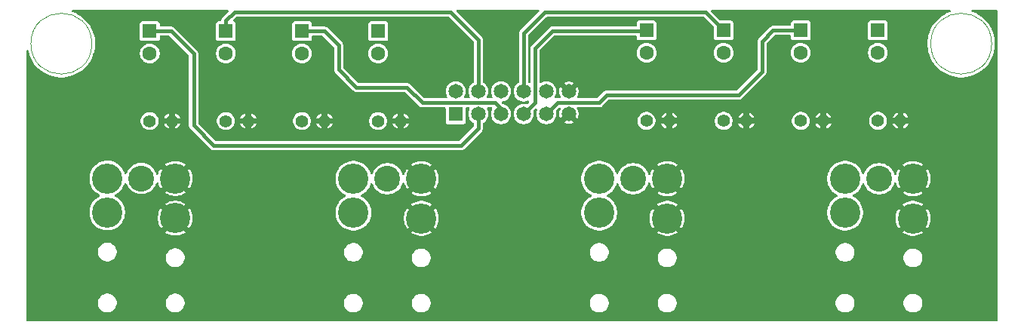
<source format=gbr>
%TF.GenerationSoftware,KiCad,Pcbnew,9.0.0*%
%TF.CreationDate,2025-03-26T11:50:56+11:00*%
%TF.ProjectId,Wing Board 4 XLR MK II,57696e67-2042-46f6-9172-64203420584c,rev?*%
%TF.SameCoordinates,Original*%
%TF.FileFunction,Copper,L1,Top*%
%TF.FilePolarity,Positive*%
%FSLAX46Y46*%
G04 Gerber Fmt 4.6, Leading zero omitted, Abs format (unit mm)*
G04 Created by KiCad (PCBNEW 9.0.0) date 2025-03-26 11:50:56*
%MOMM*%
%LPD*%
G01*
G04 APERTURE LIST*
%TA.AperFunction,EtchedComponent*%
%ADD10C,0.120000*%
%TD*%
%TA.AperFunction,ComponentPad*%
%ADD11C,1.400000*%
%TD*%
%TA.AperFunction,ComponentPad*%
%ADD12O,1.400000X1.400000*%
%TD*%
%TA.AperFunction,ComponentPad*%
%ADD13C,3.400000*%
%TD*%
%TA.AperFunction,ComponentPad*%
%ADD14C,2.900000*%
%TD*%
%TA.AperFunction,ComponentPad*%
%ADD15R,1.600000X1.600000*%
%TD*%
%TA.AperFunction,ComponentPad*%
%ADD16C,1.600000*%
%TD*%
%TA.AperFunction,ComponentPad*%
%ADD17R,1.650000X1.650000*%
%TD*%
%TA.AperFunction,ComponentPad*%
%ADD18C,1.650000*%
%TD*%
%TA.AperFunction,Conductor*%
%ADD19C,0.406400*%
%TD*%
G04 APERTURE END LIST*
D10*
%TO.C,H1*%
X108827222Y-4318000D02*
G75*
G02*
X101992778Y-4318000I-3417222J0D01*
G01*
X101992778Y-4318000D02*
G75*
G02*
X108827222Y-4318000I3417222J0D01*
G01*
%TO.C,H2*%
X7862222Y-4318000D02*
G75*
G02*
X1027778Y-4318000I-3417222J0D01*
G01*
X1027778Y-4318000D02*
G75*
G02*
X7862222Y-4318000I3417222J0D01*
G01*
%TD*%
D11*
%TO.P,R6,1*%
%TO.N,/XC+*%
X31433432Y-13004800D03*
D12*
%TO.P,R6,2*%
%TO.N,AGND*%
X33973432Y-13004800D03*
%TD*%
D13*
%TO.P,J5,1*%
%TO.N,AGND*%
X17221200Y-23906400D03*
%TO.P,J5,2*%
%TO.N,/XD+*%
X9601200Y-23271400D03*
D14*
%TO.P,J5,3*%
%TO.N,/XD-*%
X13411200Y-19456400D03*
%TD*%
D11*
%TO.P,R8,1*%
%TO.N,/XD+*%
X14342700Y-13004800D03*
D12*
%TO.P,R8,2*%
%TO.N,AGND*%
X16882700Y-13004800D03*
%TD*%
D11*
%TO.P,R5,1*%
%TO.N,/XC-*%
X39978800Y-13004800D03*
D12*
%TO.P,R5,2*%
%TO.N,AGND*%
X42518800Y-13004800D03*
%TD*%
D15*
%TO.P,C8,1*%
%TO.N,/D+*%
X14366667Y-2910200D03*
D16*
%TO.P,C8,2*%
%TO.N,/XD+*%
X14366667Y-5410200D03*
%TD*%
D15*
%TO.P,C5,1*%
%TO.N,/C-*%
X39984467Y-2910200D03*
D16*
%TO.P,C5,2*%
%TO.N,/XC-*%
X39984467Y-5410200D03*
%TD*%
D15*
%TO.P,C7,1*%
%TO.N,/D-*%
X22905933Y-2910200D03*
D16*
%TO.P,C7,2*%
%TO.N,/XD-*%
X22905933Y-5410200D03*
%TD*%
D11*
%TO.P,R2,1*%
%TO.N,/XA+*%
X87409066Y-12979400D03*
D12*
%TO.P,R2,2*%
%TO.N,AGND*%
X89949066Y-12979400D03*
%TD*%
D15*
%TO.P,C3,1*%
%TO.N,/B-*%
X78756933Y-2834000D03*
D16*
%TO.P,C3,2*%
%TO.N,/XB-*%
X78756933Y-5334000D03*
%TD*%
D15*
%TO.P,C6,1*%
%TO.N,/C+*%
X31445199Y-2910200D03*
D16*
%TO.P,C6,2*%
%TO.N,/XC+*%
X31445199Y-5410200D03*
%TD*%
D13*
%TO.P,J2,1*%
%TO.N,AGND*%
X99999800Y-23926800D03*
%TO.P,J2,2*%
%TO.N,/XA+*%
X92379800Y-23291800D03*
D14*
%TO.P,J2,3*%
%TO.N,/XA-*%
X96189800Y-19476800D03*
%TD*%
D13*
%TO.P,J4,1*%
%TO.N,AGND*%
X44831000Y-23926800D03*
%TO.P,J4,2*%
%TO.N,/XC+*%
X37211000Y-23291800D03*
D14*
%TO.P,J4,3*%
%TO.N,/XC-*%
X41021000Y-19476800D03*
%TD*%
D17*
%TO.P,J1,1,Pin_1*%
%TO.N,V+*%
X48691800Y-12217400D03*
D18*
%TO.P,J1,2,Pin_2*%
%TO.N,V-*%
X48691800Y-9677400D03*
%TO.P,J1,3,Pin_3*%
%TO.N,/D+*%
X51231800Y-12217400D03*
%TO.P,J1,4,Pin_4*%
%TO.N,/D-*%
X51231800Y-9677400D03*
%TO.P,J1,5,Pin_5*%
%TO.N,/C+*%
X53771800Y-12217400D03*
%TO.P,J1,6,Pin_6*%
%TO.N,/C-*%
X53771800Y-9677400D03*
%TO.P,J1,7,Pin_7*%
%TO.N,/B+*%
X56311800Y-12217400D03*
%TO.P,J1,8,Pin_8*%
%TO.N,/B-*%
X56311800Y-9677400D03*
%TO.P,J1,9,Pin_9*%
%TO.N,/A+*%
X58851800Y-12217400D03*
%TO.P,J1,10,Pin_10*%
%TO.N,/A-*%
X58851800Y-9677400D03*
%TO.P,J1,11,Pin_11*%
%TO.N,AGND*%
X61391800Y-12217400D03*
%TO.P,J1,12,Pin_12*%
X61391800Y-9677400D03*
%TD*%
D11*
%TO.P,R4,1*%
%TO.N,/XB+*%
X70103200Y-12979400D03*
D12*
%TO.P,R4,2*%
%TO.N,AGND*%
X72643200Y-12979400D03*
%TD*%
D11*
%TO.P,R1,1*%
%TO.N,/XA-*%
X96062000Y-12979400D03*
D12*
%TO.P,R1,2*%
%TO.N,AGND*%
X98602000Y-12979400D03*
%TD*%
D15*
%TO.P,C2,1*%
%TO.N,/A+*%
X87409866Y-2834000D03*
D16*
%TO.P,C2,2*%
%TO.N,/XA+*%
X87409866Y-5334000D03*
%TD*%
D15*
%TO.P,C4,1*%
%TO.N,/B+*%
X70104000Y-2834000D03*
D16*
%TO.P,C4,2*%
%TO.N,/XB+*%
X70104000Y-5334000D03*
%TD*%
D11*
%TO.P,R7,1*%
%TO.N,/XD-*%
X22888066Y-13004800D03*
D12*
%TO.P,R7,2*%
%TO.N,AGND*%
X25428066Y-13004800D03*
%TD*%
D11*
%TO.P,R3,1*%
%TO.N,/XB-*%
X78756133Y-12979400D03*
D12*
%TO.P,R3,2*%
%TO.N,AGND*%
X81296133Y-12979400D03*
%TD*%
D15*
%TO.P,C1,1*%
%TO.N,/A-*%
X96062800Y-2834000D03*
D16*
%TO.P,C1,2*%
%TO.N,/XA-*%
X96062800Y-5334000D03*
%TD*%
D13*
%TO.P,J3,1*%
%TO.N,AGND*%
X72415400Y-23926800D03*
%TO.P,J3,2*%
%TO.N,/XB+*%
X64795400Y-23291800D03*
D14*
%TO.P,J3,3*%
%TO.N,/XB-*%
X68605400Y-19476800D03*
%TD*%
D13*
%TO.P,J9,1*%
%TO.N,AGND*%
X99999800Y-19481800D03*
%TO.P,J9,2*%
%TO.N,/XA+*%
X92379800Y-19481800D03*
D14*
%TO.P,J9,3*%
%TO.N,/XA-*%
X96189800Y-19481800D03*
%TD*%
D13*
%TO.P,J6,1*%
%TO.N,AGND*%
X17221200Y-19456400D03*
%TO.P,J6,2*%
%TO.N,/XD+*%
X9601200Y-19456400D03*
D14*
%TO.P,J6,3*%
%TO.N,/XD-*%
X13411200Y-19456400D03*
%TD*%
D13*
%TO.P,J8,1*%
%TO.N,AGND*%
X72415400Y-19481800D03*
%TO.P,J8,2*%
%TO.N,/XB+*%
X64795400Y-19481800D03*
D14*
%TO.P,J8,3*%
%TO.N,/XB-*%
X68605400Y-19481800D03*
%TD*%
D13*
%TO.P,J7,1*%
%TO.N,AGND*%
X44831000Y-19481800D03*
%TO.P,J7,2*%
%TO.N,/XC+*%
X37211000Y-19481800D03*
D14*
%TO.P,J7,3*%
%TO.N,/XC-*%
X41021000Y-19481800D03*
%TD*%
D19*
%TO.N,/D-*%
X23850600Y-762000D02*
X22905933Y-1706667D01*
X51231800Y-9677400D02*
X51231800Y-3878200D01*
X48115600Y-762000D02*
X23850600Y-762000D01*
X51231800Y-3878200D02*
X48115600Y-762000D01*
X22905933Y-1706667D02*
X22905933Y-2910200D01*
%TO.N,/D+*%
X21539200Y-15748000D02*
X49301400Y-15748000D01*
X19278600Y-13487400D02*
X21539200Y-15748000D01*
X51231800Y-13817600D02*
X51231800Y-12217400D01*
X14366667Y-2910200D02*
X16753200Y-2910200D01*
X16753200Y-2910200D02*
X19278600Y-5435600D01*
X19278600Y-5435600D02*
X19278600Y-13487400D01*
X49301400Y-15748000D02*
X51231800Y-13817600D01*
%TO.N,/C+*%
X35560000Y-4495800D02*
X33974400Y-2910200D01*
X44932600Y-10947400D02*
X43180000Y-9194800D01*
X37515800Y-9194800D02*
X35560000Y-7239000D01*
X35560000Y-7239000D02*
X35560000Y-4495800D01*
X43180000Y-9194800D02*
X37515800Y-9194800D01*
X53771800Y-11607800D02*
X53111400Y-10947400D01*
X53111400Y-10947400D02*
X44932600Y-10947400D01*
X33974400Y-2910200D02*
X31445199Y-2910200D01*
%TO.N,/B-*%
X56311800Y-9677400D02*
X56311800Y-3175000D01*
X76710333Y-787400D02*
X78756933Y-2834000D01*
X56311800Y-3175000D02*
X58699400Y-787400D01*
X58699400Y-787400D02*
X76710333Y-787400D01*
%TO.N,/B+*%
X56311800Y-12217400D02*
X57581800Y-10947400D01*
X57581800Y-4851400D02*
X59563000Y-2870200D01*
X57581800Y-10947400D02*
X57581800Y-4851400D01*
X59563000Y-2870200D02*
X70067800Y-2870200D01*
%TO.N,/A+*%
X58851800Y-12217400D02*
X60147200Y-10922000D01*
X60147200Y-10922000D02*
X64820800Y-10922000D01*
X65659000Y-10083800D02*
X80416400Y-10083800D01*
X64820800Y-10922000D02*
X65659000Y-10083800D01*
X83058000Y-4064000D02*
X84288000Y-2834000D01*
X84288000Y-2834000D02*
X87409866Y-2834000D01*
X80416400Y-10083800D02*
X83058000Y-7442200D01*
X83058000Y-7442200D02*
X83058000Y-4064000D01*
%TD*%
%TA.AperFunction,Conductor*%
%TO.N,AGND*%
G36*
X23160650Y-520185D02*
G01*
X23206405Y-572989D01*
X23216349Y-642147D01*
X23187324Y-705703D01*
X23181292Y-712181D01*
X22499034Y-1394437D01*
X22499032Y-1394440D01*
X22439015Y-1498392D01*
X22437271Y-1501413D01*
X22432086Y-1510393D01*
X22397433Y-1639722D01*
X22397433Y-1680900D01*
X22377748Y-1747939D01*
X22324944Y-1793694D01*
X22273434Y-1804900D01*
X22060361Y-1804900D01*
X22060338Y-1804902D01*
X22034826Y-1807861D01*
X22034823Y-1807862D01*
X21930408Y-1853965D01*
X21849699Y-1934674D01*
X21803595Y-2039088D01*
X21803595Y-2039090D01*
X21800633Y-2064619D01*
X21800633Y-3755771D01*
X21800635Y-3755794D01*
X21803594Y-3781306D01*
X21803595Y-3781309D01*
X21849698Y-3885724D01*
X21849699Y-3885725D01*
X21930408Y-3966434D01*
X22034824Y-4012538D01*
X22060354Y-4015500D01*
X23751511Y-4015499D01*
X23777042Y-4012538D01*
X23881458Y-3966434D01*
X23962167Y-3885725D01*
X24008271Y-3781309D01*
X24011233Y-3755779D01*
X24011232Y-2064622D01*
X24008271Y-2039091D01*
X23962167Y-1934675D01*
X23881458Y-1853966D01*
X23816461Y-1825267D01*
X23768509Y-1804094D01*
X23769889Y-1800967D01*
X23724801Y-1773233D01*
X23694526Y-1710263D01*
X23703103Y-1640922D01*
X23729208Y-1602518D01*
X24024908Y-1306819D01*
X24086231Y-1273334D01*
X24112589Y-1270500D01*
X47853610Y-1270500D01*
X47920649Y-1290185D01*
X47941291Y-1306819D01*
X50686981Y-4052509D01*
X50720466Y-4113832D01*
X50723300Y-4140190D01*
X50723300Y-8591941D01*
X50703615Y-8658980D01*
X50655596Y-8702425D01*
X50639396Y-8710679D01*
X50567426Y-8762968D01*
X50495459Y-8815256D01*
X50495457Y-8815258D01*
X50495456Y-8815258D01*
X50369658Y-8941056D01*
X50369658Y-8941057D01*
X50369656Y-8941059D01*
X50324745Y-9002873D01*
X50265081Y-9084993D01*
X50184308Y-9243517D01*
X50129332Y-9412719D01*
X50114395Y-9507026D01*
X50101500Y-9588443D01*
X50101500Y-9766357D01*
X50109082Y-9814225D01*
X50129332Y-9942080D01*
X50184308Y-10111282D01*
X50259374Y-10258605D01*
X50272270Y-10327274D01*
X50245994Y-10392014D01*
X50188888Y-10432272D01*
X50148889Y-10438900D01*
X49774711Y-10438900D01*
X49707672Y-10419215D01*
X49661917Y-10366411D01*
X49651973Y-10297253D01*
X49664226Y-10258605D01*
X49736118Y-10117510D01*
X49739290Y-10111285D01*
X49794268Y-9942079D01*
X49822100Y-9766357D01*
X49822100Y-9588443D01*
X49794268Y-9412721D01*
X49766779Y-9328118D01*
X49739291Y-9243517D01*
X49658518Y-9084993D01*
X49553944Y-8941059D01*
X49428141Y-8815256D01*
X49284206Y-8710681D01*
X49273013Y-8704978D01*
X49125682Y-8629908D01*
X48956480Y-8574932D01*
X48868618Y-8561016D01*
X48780757Y-8547100D01*
X48602843Y-8547100D01*
X48544269Y-8556377D01*
X48427119Y-8574932D01*
X48257917Y-8629908D01*
X48099393Y-8710681D01*
X48017273Y-8770345D01*
X47955459Y-8815256D01*
X47955457Y-8815258D01*
X47955456Y-8815258D01*
X47829658Y-8941056D01*
X47829658Y-8941057D01*
X47829656Y-8941059D01*
X47784745Y-9002873D01*
X47725081Y-9084993D01*
X47644308Y-9243517D01*
X47589332Y-9412719D01*
X47574395Y-9507026D01*
X47561500Y-9588443D01*
X47561500Y-9766357D01*
X47569082Y-9814225D01*
X47589332Y-9942080D01*
X47644308Y-10111282D01*
X47719374Y-10258605D01*
X47732270Y-10327274D01*
X47705994Y-10392014D01*
X47648888Y-10432272D01*
X47608889Y-10438900D01*
X45194589Y-10438900D01*
X45127550Y-10419215D01*
X45106908Y-10402581D01*
X44314280Y-9609953D01*
X43492227Y-8787899D01*
X43380873Y-8723608D01*
X43376275Y-8720953D01*
X43307125Y-8702425D01*
X43246945Y-8686300D01*
X43246944Y-8686300D01*
X37777789Y-8686300D01*
X37710750Y-8666615D01*
X37690108Y-8649981D01*
X36104819Y-7064691D01*
X36071334Y-7003368D01*
X36068500Y-6977010D01*
X36068500Y-5323205D01*
X38879167Y-5323205D01*
X38879167Y-5497194D01*
X38906382Y-5669025D01*
X38935386Y-5758288D01*
X38960145Y-5834488D01*
X39036798Y-5984928D01*
X39039132Y-5989507D01*
X39141385Y-6130248D01*
X39141389Y-6130253D01*
X39264413Y-6253277D01*
X39264418Y-6253281D01*
X39354187Y-6318501D01*
X39405163Y-6355537D01*
X39560179Y-6434522D01*
X39685821Y-6475345D01*
X39725641Y-6488284D01*
X39897473Y-6515500D01*
X39897478Y-6515500D01*
X40071461Y-6515500D01*
X40243292Y-6488284D01*
X40408755Y-6434522D01*
X40563771Y-6355537D01*
X40704522Y-6253276D01*
X40827543Y-6130255D01*
X40929804Y-5989504D01*
X41008789Y-5834488D01*
X41062551Y-5669025D01*
X41071914Y-5609908D01*
X41089767Y-5497194D01*
X41089767Y-5323205D01*
X41062551Y-5151374D01*
X41017422Y-5012483D01*
X41008789Y-4985912D01*
X40929804Y-4830896D01*
X40841328Y-4709118D01*
X40827548Y-4690151D01*
X40827544Y-4690146D01*
X40704520Y-4567122D01*
X40704515Y-4567118D01*
X40563774Y-4464865D01*
X40563773Y-4464864D01*
X40563771Y-4464863D01*
X40408755Y-4385878D01*
X40365843Y-4371935D01*
X40243292Y-4332115D01*
X40071461Y-4304900D01*
X40071456Y-4304900D01*
X39897478Y-4304900D01*
X39897473Y-4304900D01*
X39725641Y-4332115D01*
X39560176Y-4385879D01*
X39405159Y-4464865D01*
X39264418Y-4567118D01*
X39264413Y-4567122D01*
X39141389Y-4690146D01*
X39141385Y-4690151D01*
X39039132Y-4830892D01*
X38960146Y-4985909D01*
X38906382Y-5151374D01*
X38879167Y-5323205D01*
X36068500Y-5323205D01*
X36068500Y-4428857D01*
X36068499Y-4428853D01*
X36056984Y-4385878D01*
X36054196Y-4375473D01*
X36033849Y-4299531D01*
X36033847Y-4299529D01*
X36033847Y-4299526D01*
X36025519Y-4285101D01*
X35966901Y-4183573D01*
X34286627Y-2503299D01*
X34217349Y-2463301D01*
X34170675Y-2436353D01*
X34077953Y-2411509D01*
X34041345Y-2401700D01*
X34041344Y-2401700D01*
X32674498Y-2401700D01*
X32665812Y-2399149D01*
X32656851Y-2400438D01*
X32632810Y-2389459D01*
X32607459Y-2382015D01*
X32601531Y-2375174D01*
X32593295Y-2371413D01*
X32579005Y-2349178D01*
X32561704Y-2329211D01*
X32559416Y-2318696D01*
X32555521Y-2312635D01*
X32550498Y-2277700D01*
X32550498Y-2064619D01*
X38879167Y-2064619D01*
X38879167Y-3755771D01*
X38879169Y-3755794D01*
X38882128Y-3781306D01*
X38882129Y-3781309D01*
X38928232Y-3885724D01*
X38928233Y-3885725D01*
X39008942Y-3966434D01*
X39113358Y-4012538D01*
X39138888Y-4015500D01*
X40830045Y-4015499D01*
X40855576Y-4012538D01*
X40959992Y-3966434D01*
X41040701Y-3885725D01*
X41086805Y-3781309D01*
X41089767Y-3755779D01*
X41089766Y-2064622D01*
X41086805Y-2039091D01*
X41040701Y-1934675D01*
X40959992Y-1853966D01*
X40894995Y-1825267D01*
X40855577Y-1807862D01*
X40830046Y-1804900D01*
X39138895Y-1804900D01*
X39138872Y-1804902D01*
X39113360Y-1807861D01*
X39113357Y-1807862D01*
X39008942Y-1853965D01*
X38928233Y-1934674D01*
X38882129Y-2039088D01*
X38882129Y-2039090D01*
X38879167Y-2064619D01*
X32550498Y-2064619D01*
X32550498Y-2064616D01*
X32547537Y-2039093D01*
X32547537Y-2039091D01*
X32501433Y-1934675D01*
X32420724Y-1853966D01*
X32355727Y-1825267D01*
X32316309Y-1807862D01*
X32290778Y-1804900D01*
X30599627Y-1804900D01*
X30599604Y-1804902D01*
X30574092Y-1807861D01*
X30574089Y-1807862D01*
X30469674Y-1853965D01*
X30388965Y-1934674D01*
X30342861Y-2039088D01*
X30342861Y-2039090D01*
X30339899Y-2064619D01*
X30339899Y-3755771D01*
X30339901Y-3755794D01*
X30342860Y-3781306D01*
X30342861Y-3781309D01*
X30388964Y-3885724D01*
X30388965Y-3885725D01*
X30469674Y-3966434D01*
X30574090Y-4012538D01*
X30599620Y-4015500D01*
X32290777Y-4015499D01*
X32316308Y-4012538D01*
X32420724Y-3966434D01*
X32501433Y-3885725D01*
X32547537Y-3781309D01*
X32550499Y-3755779D01*
X32550499Y-3542700D01*
X32570184Y-3475661D01*
X32622988Y-3429906D01*
X32674499Y-3418700D01*
X33712410Y-3418700D01*
X33779449Y-3438385D01*
X33800091Y-3455019D01*
X35015181Y-4670109D01*
X35048666Y-4731432D01*
X35051500Y-4757790D01*
X35051500Y-7305944D01*
X35086153Y-7435275D01*
X35119626Y-7493250D01*
X35153099Y-7551227D01*
X37108899Y-9507026D01*
X37203574Y-9601701D01*
X37319526Y-9668647D01*
X37448855Y-9703300D01*
X42918010Y-9703300D01*
X42985049Y-9722985D01*
X43005691Y-9739619D01*
X43780458Y-10514385D01*
X44525699Y-11259626D01*
X44620374Y-11354301D01*
X44736326Y-11421247D01*
X44865655Y-11455900D01*
X47437500Y-11455900D01*
X47504539Y-11475585D01*
X47550294Y-11528389D01*
X47561500Y-11579900D01*
X47561500Y-13087971D01*
X47561502Y-13087994D01*
X47564461Y-13113506D01*
X47564462Y-13113509D01*
X47610565Y-13217924D01*
X47610566Y-13217925D01*
X47691275Y-13298634D01*
X47795691Y-13344738D01*
X47821221Y-13347700D01*
X49562378Y-13347699D01*
X49587909Y-13344738D01*
X49692325Y-13298634D01*
X49773034Y-13217925D01*
X49819138Y-13113509D01*
X49822100Y-13087979D01*
X49822099Y-11579899D01*
X49841784Y-11512861D01*
X49894587Y-11467106D01*
X49946099Y-11455900D01*
X50148889Y-11455900D01*
X50215928Y-11475585D01*
X50261683Y-11528389D01*
X50271627Y-11597547D01*
X50259374Y-11636195D01*
X50184308Y-11783517D01*
X50129332Y-11952719D01*
X50101500Y-12128443D01*
X50101500Y-12306356D01*
X50129332Y-12482080D01*
X50184308Y-12651282D01*
X50224376Y-12729918D01*
X50265081Y-12809806D01*
X50369656Y-12953741D01*
X50495459Y-13079544D01*
X50639394Y-13184119D01*
X50655592Y-13192372D01*
X50706389Y-13240345D01*
X50723300Y-13302858D01*
X50723300Y-13555610D01*
X50703615Y-13622649D01*
X50686981Y-13643291D01*
X49127091Y-15203181D01*
X49065768Y-15236666D01*
X49039410Y-15239500D01*
X21801190Y-15239500D01*
X21734151Y-15219815D01*
X21713509Y-15203181D01*
X19823419Y-13313091D01*
X19789934Y-13251768D01*
X19787100Y-13225410D01*
X19787100Y-12905782D01*
X21882766Y-12905782D01*
X21882766Y-13103817D01*
X21921397Y-13298027D01*
X21921399Y-13298035D01*
X21997179Y-13480985D01*
X21997184Y-13480994D01*
X22107198Y-13645640D01*
X22107201Y-13645644D01*
X22247221Y-13785664D01*
X22247225Y-13785667D01*
X22411871Y-13895681D01*
X22411880Y-13895686D01*
X22453324Y-13912852D01*
X22594831Y-13971467D01*
X22789048Y-14010099D01*
X22789052Y-14010100D01*
X22789053Y-14010100D01*
X22987080Y-14010100D01*
X22987081Y-14010099D01*
X23181301Y-13971467D01*
X23364254Y-13895685D01*
X23528907Y-13785667D01*
X23668933Y-13645641D01*
X23778951Y-13480988D01*
X23844682Y-13322300D01*
X24526977Y-13322300D01*
X24582640Y-13456686D01*
X24582642Y-13456689D01*
X24687042Y-13612935D01*
X24687048Y-13612943D01*
X24819922Y-13745817D01*
X24819930Y-13745823D01*
X24976176Y-13850223D01*
X24976179Y-13850225D01*
X25110565Y-13905889D01*
X25110566Y-13905889D01*
X25745566Y-13905889D01*
X25879952Y-13850225D01*
X25879955Y-13850223D01*
X26036201Y-13745823D01*
X26036209Y-13745817D01*
X26169083Y-13612943D01*
X26169089Y-13612935D01*
X26273489Y-13456689D01*
X26273491Y-13456686D01*
X26329155Y-13322300D01*
X25745566Y-13322300D01*
X25745566Y-13905889D01*
X25110566Y-13905889D01*
X25110566Y-13322300D01*
X24526977Y-13322300D01*
X23844682Y-13322300D01*
X23854733Y-13298035D01*
X23893366Y-13103813D01*
X23893366Y-12958722D01*
X25078066Y-12958722D01*
X25078066Y-13050878D01*
X25101918Y-13139895D01*
X25147996Y-13219705D01*
X25213161Y-13284870D01*
X25292971Y-13330948D01*
X25381988Y-13354800D01*
X25474144Y-13354800D01*
X25563161Y-13330948D01*
X25642971Y-13284870D01*
X25708136Y-13219705D01*
X25754214Y-13139895D01*
X25778066Y-13050878D01*
X25778066Y-12958722D01*
X25763881Y-12905782D01*
X30428132Y-12905782D01*
X30428132Y-13103817D01*
X30466763Y-13298027D01*
X30466765Y-13298035D01*
X30542545Y-13480985D01*
X30542550Y-13480994D01*
X30652564Y-13645640D01*
X30652567Y-13645644D01*
X30792587Y-13785664D01*
X30792591Y-13785667D01*
X30957237Y-13895681D01*
X30957246Y-13895686D01*
X30998690Y-13912852D01*
X31140197Y-13971467D01*
X31334414Y-14010099D01*
X31334418Y-14010100D01*
X31334419Y-14010100D01*
X31532446Y-14010100D01*
X31532447Y-14010099D01*
X31726667Y-13971467D01*
X31909620Y-13895685D01*
X32074273Y-13785667D01*
X32214299Y-13645641D01*
X32324317Y-13480988D01*
X32390048Y-13322300D01*
X33072343Y-13322300D01*
X33128006Y-13456686D01*
X33128008Y-13456689D01*
X33232408Y-13612935D01*
X33232414Y-13612943D01*
X33365288Y-13745817D01*
X33365296Y-13745823D01*
X33521542Y-13850223D01*
X33521545Y-13850225D01*
X33655931Y-13905889D01*
X33655932Y-13905889D01*
X34290932Y-13905889D01*
X34425318Y-13850225D01*
X34425321Y-13850223D01*
X34581567Y-13745823D01*
X34581575Y-13745817D01*
X34714449Y-13612943D01*
X34714455Y-13612935D01*
X34818855Y-13456689D01*
X34818857Y-13456686D01*
X34874521Y-13322300D01*
X34290932Y-13322300D01*
X34290932Y-13905889D01*
X33655932Y-13905889D01*
X33655932Y-13322300D01*
X33072343Y-13322300D01*
X32390048Y-13322300D01*
X32400099Y-13298035D01*
X32438732Y-13103813D01*
X32438732Y-12958722D01*
X33623432Y-12958722D01*
X33623432Y-13050878D01*
X33647284Y-13139895D01*
X33693362Y-13219705D01*
X33758527Y-13284870D01*
X33838337Y-13330948D01*
X33927354Y-13354800D01*
X34019510Y-13354800D01*
X34108527Y-13330948D01*
X34188337Y-13284870D01*
X34253502Y-13219705D01*
X34299580Y-13139895D01*
X34323432Y-13050878D01*
X34323432Y-12958722D01*
X34309247Y-12905782D01*
X38973500Y-12905782D01*
X38973500Y-13103817D01*
X39012131Y-13298027D01*
X39012133Y-13298035D01*
X39087913Y-13480985D01*
X39087918Y-13480994D01*
X39197932Y-13645640D01*
X39197935Y-13645644D01*
X39337955Y-13785664D01*
X39337959Y-13785667D01*
X39502605Y-13895681D01*
X39502614Y-13895686D01*
X39544058Y-13912852D01*
X39685565Y-13971467D01*
X39879782Y-14010099D01*
X39879786Y-14010100D01*
X39879787Y-14010100D01*
X40077814Y-14010100D01*
X40077815Y-14010099D01*
X40272035Y-13971467D01*
X40454988Y-13895685D01*
X40619641Y-13785667D01*
X40759667Y-13645641D01*
X40869685Y-13480988D01*
X40935416Y-13322300D01*
X41617711Y-13322300D01*
X41673374Y-13456686D01*
X41673376Y-13456689D01*
X41777776Y-13612935D01*
X41777782Y-13612943D01*
X41910656Y-13745817D01*
X41910664Y-13745823D01*
X42066910Y-13850223D01*
X42066913Y-13850225D01*
X42201299Y-13905889D01*
X42201300Y-13905889D01*
X42836300Y-13905889D01*
X42970686Y-13850225D01*
X42970689Y-13850223D01*
X43126935Y-13745823D01*
X43126943Y-13745817D01*
X43259817Y-13612943D01*
X43259823Y-13612935D01*
X43364223Y-13456689D01*
X43364225Y-13456686D01*
X43419889Y-13322300D01*
X42836300Y-13322300D01*
X42836300Y-13905889D01*
X42201300Y-13905889D01*
X42201300Y-13322300D01*
X41617711Y-13322300D01*
X40935416Y-13322300D01*
X40945467Y-13298035D01*
X40984100Y-13103813D01*
X40984100Y-12958722D01*
X42168800Y-12958722D01*
X42168800Y-13050878D01*
X42192652Y-13139895D01*
X42238730Y-13219705D01*
X42303895Y-13284870D01*
X42383705Y-13330948D01*
X42472722Y-13354800D01*
X42564878Y-13354800D01*
X42653895Y-13330948D01*
X42733705Y-13284870D01*
X42798870Y-13219705D01*
X42844948Y-13139895D01*
X42868800Y-13050878D01*
X42868800Y-12958722D01*
X42844948Y-12869705D01*
X42798870Y-12789895D01*
X42733705Y-12724730D01*
X42668874Y-12687300D01*
X42836300Y-12687300D01*
X43419889Y-12687300D01*
X43419889Y-12687299D01*
X43364225Y-12552913D01*
X43364223Y-12552910D01*
X43259823Y-12396664D01*
X43259817Y-12396656D01*
X43126943Y-12263782D01*
X43126939Y-12263779D01*
X42970694Y-12159379D01*
X42970684Y-12159374D01*
X42836300Y-12103710D01*
X42836300Y-12687300D01*
X42668874Y-12687300D01*
X42653895Y-12678652D01*
X42564878Y-12654800D01*
X42472722Y-12654800D01*
X42383705Y-12678652D01*
X42303895Y-12724730D01*
X42238730Y-12789895D01*
X42192652Y-12869705D01*
X42168800Y-12958722D01*
X40984100Y-12958722D01*
X40984100Y-12905787D01*
X40956573Y-12767400D01*
X40948195Y-12725278D01*
X40948193Y-12725272D01*
X40945467Y-12711565D01*
X40935416Y-12687299D01*
X41617710Y-12687299D01*
X41617711Y-12687300D01*
X42201300Y-12687300D01*
X42201300Y-12103710D01*
X42201299Y-12103710D01*
X42066915Y-12159374D01*
X42066905Y-12159379D01*
X41910660Y-12263779D01*
X41910656Y-12263782D01*
X41777782Y-12396656D01*
X41777776Y-12396664D01*
X41673376Y-12552910D01*
X41673374Y-12552913D01*
X41617710Y-12687299D01*
X40935416Y-12687299D01*
X40869685Y-12528612D01*
X40869684Y-12528611D01*
X40869681Y-12528605D01*
X40759667Y-12363959D01*
X40759664Y-12363955D01*
X40619644Y-12223935D01*
X40619640Y-12223932D01*
X40454994Y-12113918D01*
X40454985Y-12113913D01*
X40272035Y-12038133D01*
X40272027Y-12038131D01*
X40077817Y-11999500D01*
X40077813Y-11999500D01*
X39879787Y-11999500D01*
X39879782Y-11999500D01*
X39685572Y-12038131D01*
X39685564Y-12038133D01*
X39502614Y-12113913D01*
X39502605Y-12113918D01*
X39337959Y-12223932D01*
X39337955Y-12223935D01*
X39197935Y-12363955D01*
X39197932Y-12363959D01*
X39087918Y-12528605D01*
X39087913Y-12528614D01*
X39012133Y-12711564D01*
X39012131Y-12711572D01*
X38973500Y-12905782D01*
X34309247Y-12905782D01*
X34299580Y-12869705D01*
X34253502Y-12789895D01*
X34188337Y-12724730D01*
X34123506Y-12687300D01*
X34290932Y-12687300D01*
X34874521Y-12687300D01*
X34874521Y-12687299D01*
X34818857Y-12552913D01*
X34818855Y-12552910D01*
X34714455Y-12396664D01*
X34714449Y-12396656D01*
X34581575Y-12263782D01*
X34581571Y-12263779D01*
X34425326Y-12159379D01*
X34425316Y-12159374D01*
X34290932Y-12103710D01*
X34290932Y-12687300D01*
X34123506Y-12687300D01*
X34108527Y-12678652D01*
X34019510Y-12654800D01*
X33927354Y-12654800D01*
X33838337Y-12678652D01*
X33758527Y-12724730D01*
X33693362Y-12789895D01*
X33647284Y-12869705D01*
X33623432Y-12958722D01*
X32438732Y-12958722D01*
X32438732Y-12905787D01*
X32400099Y-12711565D01*
X32390048Y-12687299D01*
X33072342Y-12687299D01*
X33072343Y-12687300D01*
X33655932Y-12687300D01*
X33655932Y-12103710D01*
X33655931Y-12103710D01*
X33521547Y-12159374D01*
X33521537Y-12159379D01*
X33365292Y-12263779D01*
X33365288Y-12263782D01*
X33232414Y-12396656D01*
X33232408Y-12396664D01*
X33128008Y-12552910D01*
X33128006Y-12552913D01*
X33072342Y-12687299D01*
X32390048Y-12687299D01*
X32324317Y-12528612D01*
X32324316Y-12528611D01*
X32324313Y-12528605D01*
X32214299Y-12363959D01*
X32214296Y-12363955D01*
X32074276Y-12223935D01*
X32074272Y-12223932D01*
X31909626Y-12113918D01*
X31909617Y-12113913D01*
X31726667Y-12038133D01*
X31726659Y-12038131D01*
X31532449Y-11999500D01*
X31532445Y-11999500D01*
X31334419Y-11999500D01*
X31334414Y-11999500D01*
X31140204Y-12038131D01*
X31140196Y-12038133D01*
X30957246Y-12113913D01*
X30957237Y-12113918D01*
X30792591Y-12223932D01*
X30792587Y-12223935D01*
X30652567Y-12363955D01*
X30652564Y-12363959D01*
X30542550Y-12528605D01*
X30542545Y-12528614D01*
X30466765Y-12711564D01*
X30466763Y-12711572D01*
X30428132Y-12905782D01*
X25763881Y-12905782D01*
X25754214Y-12869705D01*
X25708136Y-12789895D01*
X25642971Y-12724730D01*
X25578140Y-12687300D01*
X25745566Y-12687300D01*
X26329155Y-12687300D01*
X26329155Y-12687299D01*
X26273491Y-12552913D01*
X26273489Y-12552910D01*
X26169089Y-12396664D01*
X26169083Y-12396656D01*
X26036209Y-12263782D01*
X26036205Y-12263779D01*
X25879960Y-12159379D01*
X25879950Y-12159374D01*
X25745566Y-12103710D01*
X25745566Y-12687300D01*
X25578140Y-12687300D01*
X25563161Y-12678652D01*
X25474144Y-12654800D01*
X25381988Y-12654800D01*
X25292971Y-12678652D01*
X25213161Y-12724730D01*
X25147996Y-12789895D01*
X25101918Y-12869705D01*
X25078066Y-12958722D01*
X23893366Y-12958722D01*
X23893366Y-12905787D01*
X23854733Y-12711565D01*
X23844682Y-12687299D01*
X24526976Y-12687299D01*
X24526977Y-12687300D01*
X25110566Y-12687300D01*
X25110566Y-12103710D01*
X25110565Y-12103710D01*
X24976181Y-12159374D01*
X24976171Y-12159379D01*
X24819926Y-12263779D01*
X24819922Y-12263782D01*
X24687048Y-12396656D01*
X24687042Y-12396664D01*
X24582642Y-12552910D01*
X24582640Y-12552913D01*
X24526976Y-12687299D01*
X23844682Y-12687299D01*
X23778951Y-12528612D01*
X23778950Y-12528611D01*
X23778947Y-12528605D01*
X23668933Y-12363959D01*
X23668930Y-12363955D01*
X23528910Y-12223935D01*
X23528906Y-12223932D01*
X23364260Y-12113918D01*
X23364251Y-12113913D01*
X23181301Y-12038133D01*
X23181293Y-12038131D01*
X22987083Y-11999500D01*
X22987079Y-11999500D01*
X22789053Y-11999500D01*
X22789048Y-11999500D01*
X22594838Y-12038131D01*
X22594830Y-12038133D01*
X22411880Y-12113913D01*
X22411871Y-12113918D01*
X22247225Y-12223932D01*
X22247221Y-12223935D01*
X22107201Y-12363955D01*
X22107198Y-12363959D01*
X21997184Y-12528605D01*
X21997179Y-12528614D01*
X21921399Y-12711564D01*
X21921397Y-12711572D01*
X21882766Y-12905782D01*
X19787100Y-12905782D01*
X19787100Y-5368657D01*
X19787100Y-5368655D01*
X19774922Y-5323205D01*
X21800633Y-5323205D01*
X21800633Y-5497194D01*
X21827848Y-5669025D01*
X21856852Y-5758288D01*
X21881611Y-5834488D01*
X21958264Y-5984928D01*
X21960598Y-5989507D01*
X22062851Y-6130248D01*
X22062855Y-6130253D01*
X22185879Y-6253277D01*
X22185884Y-6253281D01*
X22275653Y-6318501D01*
X22326629Y-6355537D01*
X22481645Y-6434522D01*
X22607287Y-6475345D01*
X22647107Y-6488284D01*
X22818939Y-6515500D01*
X22818944Y-6515500D01*
X22992927Y-6515500D01*
X23164758Y-6488284D01*
X23330221Y-6434522D01*
X23485237Y-6355537D01*
X23625988Y-6253276D01*
X23749009Y-6130255D01*
X23851270Y-5989504D01*
X23930255Y-5834488D01*
X23984017Y-5669025D01*
X23993380Y-5609908D01*
X24011233Y-5497194D01*
X24011233Y-5323205D01*
X30339899Y-5323205D01*
X30339899Y-5497194D01*
X30367114Y-5669025D01*
X30396118Y-5758288D01*
X30420877Y-5834488D01*
X30497530Y-5984928D01*
X30499864Y-5989507D01*
X30602117Y-6130248D01*
X30602121Y-6130253D01*
X30725145Y-6253277D01*
X30725150Y-6253281D01*
X30814919Y-6318501D01*
X30865895Y-6355537D01*
X31020911Y-6434522D01*
X31146553Y-6475345D01*
X31186373Y-6488284D01*
X31358205Y-6515500D01*
X31358210Y-6515500D01*
X31532193Y-6515500D01*
X31704024Y-6488284D01*
X31869487Y-6434522D01*
X32024503Y-6355537D01*
X32165254Y-6253276D01*
X32288275Y-6130255D01*
X32390536Y-5989504D01*
X32469521Y-5834488D01*
X32523283Y-5669025D01*
X32532646Y-5609908D01*
X32550499Y-5497194D01*
X32550499Y-5323205D01*
X32523283Y-5151374D01*
X32478154Y-5012483D01*
X32469521Y-4985912D01*
X32390536Y-4830896D01*
X32302060Y-4709118D01*
X32288280Y-4690151D01*
X32288276Y-4690146D01*
X32165252Y-4567122D01*
X32165247Y-4567118D01*
X32024506Y-4464865D01*
X32024505Y-4464864D01*
X32024503Y-4464863D01*
X31869487Y-4385878D01*
X31826575Y-4371935D01*
X31704024Y-4332115D01*
X31532193Y-4304900D01*
X31532188Y-4304900D01*
X31358210Y-4304900D01*
X31358205Y-4304900D01*
X31186373Y-4332115D01*
X31020908Y-4385879D01*
X30865891Y-4464865D01*
X30725150Y-4567118D01*
X30725145Y-4567122D01*
X30602121Y-4690146D01*
X30602117Y-4690151D01*
X30499864Y-4830892D01*
X30420878Y-4985909D01*
X30367114Y-5151374D01*
X30339899Y-5323205D01*
X24011233Y-5323205D01*
X23984017Y-5151374D01*
X23938888Y-5012483D01*
X23930255Y-4985912D01*
X23851270Y-4830896D01*
X23762794Y-4709118D01*
X23749014Y-4690151D01*
X23749010Y-4690146D01*
X23625986Y-4567122D01*
X23625981Y-4567118D01*
X23485240Y-4464865D01*
X23485239Y-4464864D01*
X23485237Y-4464863D01*
X23330221Y-4385878D01*
X23287309Y-4371935D01*
X23164758Y-4332115D01*
X22992927Y-4304900D01*
X22992922Y-4304900D01*
X22818944Y-4304900D01*
X22818939Y-4304900D01*
X22647107Y-4332115D01*
X22481642Y-4385879D01*
X22326625Y-4464865D01*
X22185884Y-4567118D01*
X22185879Y-4567122D01*
X22062855Y-4690146D01*
X22062851Y-4690151D01*
X21960598Y-4830892D01*
X21881612Y-4985909D01*
X21827848Y-5151374D01*
X21800633Y-5323205D01*
X19774922Y-5323205D01*
X19752447Y-5239326D01*
X19685501Y-5123374D01*
X19590826Y-5028699D01*
X17065427Y-2503299D01*
X16996149Y-2463301D01*
X16949475Y-2436353D01*
X16856753Y-2411509D01*
X16820145Y-2401700D01*
X16820144Y-2401700D01*
X15595966Y-2401700D01*
X15528927Y-2382015D01*
X15483172Y-2329211D01*
X15471966Y-2277700D01*
X15471966Y-2064628D01*
X15471966Y-2064622D01*
X15469005Y-2039091D01*
X15422901Y-1934675D01*
X15342192Y-1853966D01*
X15277195Y-1825267D01*
X15237777Y-1807862D01*
X15212246Y-1804900D01*
X13521095Y-1804900D01*
X13521072Y-1804902D01*
X13495560Y-1807861D01*
X13495557Y-1807862D01*
X13391142Y-1853965D01*
X13310433Y-1934674D01*
X13264329Y-2039088D01*
X13264329Y-2039090D01*
X13261367Y-2064619D01*
X13261367Y-3755771D01*
X13261369Y-3755794D01*
X13264328Y-3781306D01*
X13264329Y-3781309D01*
X13310432Y-3885724D01*
X13310433Y-3885725D01*
X13391142Y-3966434D01*
X13495558Y-4012538D01*
X13521088Y-4015500D01*
X15212245Y-4015499D01*
X15237776Y-4012538D01*
X15342192Y-3966434D01*
X15422901Y-3885725D01*
X15469005Y-3781309D01*
X15471967Y-3755779D01*
X15471967Y-3542700D01*
X15491652Y-3475661D01*
X15544456Y-3429906D01*
X15595967Y-3418700D01*
X16491210Y-3418700D01*
X16558249Y-3438385D01*
X16578891Y-3455019D01*
X18733781Y-5609908D01*
X18767266Y-5671231D01*
X18770100Y-5697589D01*
X18770100Y-13554344D01*
X18804753Y-13683675D01*
X18825967Y-13720417D01*
X18871699Y-13799627D01*
X21226973Y-16154901D01*
X21342926Y-16221847D01*
X21472255Y-16256500D01*
X21472257Y-16256500D01*
X49368343Y-16256500D01*
X49368345Y-16256500D01*
X49497674Y-16221847D01*
X49613627Y-16154901D01*
X51638701Y-14129826D01*
X51705647Y-14013874D01*
X51740300Y-13884545D01*
X51740300Y-13750655D01*
X51740300Y-13302858D01*
X51759985Y-13235819D01*
X51808008Y-13192372D01*
X51824206Y-13184119D01*
X51968141Y-13079544D01*
X52093944Y-12953741D01*
X52198519Y-12809806D01*
X52279290Y-12651285D01*
X52334268Y-12482079D01*
X52362100Y-12306357D01*
X52362100Y-12128443D01*
X52334268Y-11952721D01*
X52301379Y-11851497D01*
X52279291Y-11783517D01*
X52276118Y-11777290D01*
X52204225Y-11636194D01*
X52191330Y-11567526D01*
X52217606Y-11502786D01*
X52274712Y-11462528D01*
X52314711Y-11455900D01*
X52688889Y-11455900D01*
X52755928Y-11475585D01*
X52801683Y-11528389D01*
X52811627Y-11597547D01*
X52799374Y-11636195D01*
X52724308Y-11783517D01*
X52669332Y-11952719D01*
X52641500Y-12128443D01*
X52641500Y-12306356D01*
X52669332Y-12482080D01*
X52724308Y-12651282D01*
X52764376Y-12729918D01*
X52805081Y-12809806D01*
X52909656Y-12953741D01*
X53035459Y-13079544D01*
X53179394Y-13184119D01*
X53289743Y-13240345D01*
X53337917Y-13264891D01*
X53422518Y-13292379D01*
X53507121Y-13319868D01*
X53682843Y-13347700D01*
X53682844Y-13347700D01*
X53860756Y-13347700D01*
X53860757Y-13347700D01*
X54036479Y-13319868D01*
X54205685Y-13264890D01*
X54364206Y-13184119D01*
X54508141Y-13079544D01*
X54633944Y-12953741D01*
X54738519Y-12809806D01*
X54819290Y-12651285D01*
X54874268Y-12482079D01*
X54902100Y-12306357D01*
X54902100Y-12128443D01*
X54874268Y-11952721D01*
X54841379Y-11851497D01*
X54819291Y-11783517D01*
X54816118Y-11777290D01*
X54738519Y-11624994D01*
X54633944Y-11481059D01*
X54508141Y-11355256D01*
X54364206Y-11250681D01*
X54205680Y-11169907D01*
X54036478Y-11114931D01*
X54030611Y-11114002D01*
X54011383Y-11104884D01*
X53990593Y-11100362D01*
X53971149Y-11085806D01*
X53967479Y-11084066D01*
X53962339Y-11079211D01*
X53886145Y-11003017D01*
X53852660Y-10941694D01*
X53857644Y-10872002D01*
X53899516Y-10816069D01*
X53954422Y-10792864D01*
X54036479Y-10779868D01*
X54205685Y-10724890D01*
X54364206Y-10644119D01*
X54508141Y-10539544D01*
X54633944Y-10413741D01*
X54738519Y-10269806D01*
X54819290Y-10111285D01*
X54874268Y-9942079D01*
X54902100Y-9766357D01*
X54902100Y-9588443D01*
X54874268Y-9412721D01*
X54846779Y-9328118D01*
X54819291Y-9243517D01*
X54738518Y-9084993D01*
X54633944Y-8941059D01*
X54508141Y-8815256D01*
X54364206Y-8710681D01*
X54353013Y-8704978D01*
X54205682Y-8629908D01*
X54036480Y-8574932D01*
X53948618Y-8561016D01*
X53860757Y-8547100D01*
X53682843Y-8547100D01*
X53624269Y-8556377D01*
X53507119Y-8574932D01*
X53337917Y-8629908D01*
X53179393Y-8710681D01*
X53097273Y-8770345D01*
X53035459Y-8815256D01*
X53035457Y-8815258D01*
X53035456Y-8815258D01*
X52909658Y-8941056D01*
X52909658Y-8941057D01*
X52909656Y-8941059D01*
X52864745Y-9002873D01*
X52805081Y-9084993D01*
X52724308Y-9243517D01*
X52669332Y-9412719D01*
X52654395Y-9507026D01*
X52641500Y-9588443D01*
X52641500Y-9766357D01*
X52649082Y-9814225D01*
X52669332Y-9942080D01*
X52724308Y-10111282D01*
X52799374Y-10258605D01*
X52812270Y-10327274D01*
X52785994Y-10392014D01*
X52728888Y-10432272D01*
X52688889Y-10438900D01*
X52314711Y-10438900D01*
X52247672Y-10419215D01*
X52201917Y-10366411D01*
X52191973Y-10297253D01*
X52204226Y-10258605D01*
X52276118Y-10117510D01*
X52279290Y-10111285D01*
X52334268Y-9942079D01*
X52362100Y-9766357D01*
X52362100Y-9588443D01*
X52334268Y-9412721D01*
X52306779Y-9328118D01*
X52279291Y-9243517D01*
X52198518Y-9084993D01*
X52093944Y-8941059D01*
X51968141Y-8815256D01*
X51824206Y-8710681D01*
X51824205Y-8710680D01*
X51824203Y-8710679D01*
X51808004Y-8702425D01*
X51757208Y-8654450D01*
X51740300Y-8591941D01*
X51740300Y-3811255D01*
X51737283Y-3799996D01*
X51705647Y-3681926D01*
X51686549Y-3648847D01*
X51638701Y-3565973D01*
X48784909Y-712181D01*
X48751424Y-650858D01*
X48756408Y-581166D01*
X48798280Y-525233D01*
X48863744Y-500816D01*
X48872590Y-500500D01*
X57967810Y-500500D01*
X58034849Y-520185D01*
X58080604Y-572989D01*
X58090548Y-642147D01*
X58061523Y-705703D01*
X58055491Y-712181D01*
X55904900Y-2862771D01*
X55904896Y-2862776D01*
X55881405Y-2903465D01*
X55881405Y-2903466D01*
X55837953Y-2978724D01*
X55803300Y-3108055D01*
X55803300Y-8591941D01*
X55783615Y-8658980D01*
X55735596Y-8702425D01*
X55719396Y-8710679D01*
X55647426Y-8762968D01*
X55575459Y-8815256D01*
X55575457Y-8815258D01*
X55575456Y-8815258D01*
X55449658Y-8941056D01*
X55449658Y-8941057D01*
X55449656Y-8941059D01*
X55404745Y-9002873D01*
X55345081Y-9084993D01*
X55264308Y-9243517D01*
X55209332Y-9412719D01*
X55194395Y-9507026D01*
X55181500Y-9588443D01*
X55181500Y-9766357D01*
X55189082Y-9814225D01*
X55209332Y-9942080D01*
X55264308Y-10111282D01*
X55304376Y-10189918D01*
X55345081Y-10269806D01*
X55449656Y-10413741D01*
X55575459Y-10539544D01*
X55719394Y-10644119D01*
X55862010Y-10716786D01*
X55877917Y-10724891D01*
X55946554Y-10747192D01*
X56047121Y-10779868D01*
X56222843Y-10807700D01*
X56222844Y-10807700D01*
X56400756Y-10807700D01*
X56400757Y-10807700D01*
X56576479Y-10779868D01*
X56745685Y-10724890D01*
X56745687Y-10724888D01*
X56749297Y-10723394D01*
X56760505Y-10722188D01*
X56770399Y-10716786D01*
X56794621Y-10718518D01*
X56818766Y-10715921D01*
X56828845Y-10720965D01*
X56840091Y-10721770D01*
X56859532Y-10736324D01*
X56881247Y-10747192D01*
X56886999Y-10756886D01*
X56896024Y-10763642D01*
X56904510Y-10786395D01*
X56916903Y-10807279D01*
X56916501Y-10818543D01*
X56920441Y-10829106D01*
X56915279Y-10852834D01*
X56914414Y-10877104D01*
X56907599Y-10888136D01*
X56905589Y-10897379D01*
X56884440Y-10925631D01*
X56795728Y-11014343D01*
X56719770Y-11090301D01*
X56658447Y-11123785D01*
X56593772Y-11120550D01*
X56576481Y-11114932D01*
X56576482Y-11114932D01*
X56420967Y-11090301D01*
X56400757Y-11087100D01*
X56222843Y-11087100D01*
X56164269Y-11096377D01*
X56047119Y-11114932D01*
X55877917Y-11169908D01*
X55719393Y-11250681D01*
X55637273Y-11310345D01*
X55575459Y-11355256D01*
X55575457Y-11355258D01*
X55575456Y-11355258D01*
X55449658Y-11481056D01*
X55449658Y-11481057D01*
X55449656Y-11481059D01*
X55415884Y-11527542D01*
X55345081Y-11624993D01*
X55264308Y-11783517D01*
X55209332Y-11952719D01*
X55181500Y-12128443D01*
X55181500Y-12306356D01*
X55209332Y-12482080D01*
X55264308Y-12651282D01*
X55304376Y-12729918D01*
X55345081Y-12809806D01*
X55449656Y-12953741D01*
X55575459Y-13079544D01*
X55719394Y-13184119D01*
X55829743Y-13240345D01*
X55877917Y-13264891D01*
X55962518Y-13292379D01*
X56047121Y-13319868D01*
X56222843Y-13347700D01*
X56222844Y-13347700D01*
X56400756Y-13347700D01*
X56400757Y-13347700D01*
X56576479Y-13319868D01*
X56745685Y-13264890D01*
X56904206Y-13184119D01*
X57048141Y-13079544D01*
X57173944Y-12953741D01*
X57278519Y-12809806D01*
X57359290Y-12651285D01*
X57414268Y-12482079D01*
X57442100Y-12306357D01*
X57442100Y-12128443D01*
X57414268Y-11952721D01*
X57414267Y-11952717D01*
X57408649Y-11935425D01*
X57408214Y-11920213D01*
X57402896Y-11905954D01*
X57407237Y-11885998D01*
X57406654Y-11865584D01*
X57414742Y-11851497D01*
X57417748Y-11837681D01*
X57438895Y-11809431D01*
X57603570Y-11644757D01*
X57664890Y-11611274D01*
X57734582Y-11616258D01*
X57790515Y-11658130D01*
X57814932Y-11723594D01*
X57805812Y-11779885D01*
X57804311Y-11783507D01*
X57749332Y-11952719D01*
X57721500Y-12128443D01*
X57721500Y-12306356D01*
X57749332Y-12482080D01*
X57804308Y-12651282D01*
X57844376Y-12729918D01*
X57885081Y-12809806D01*
X57989656Y-12953741D01*
X58115459Y-13079544D01*
X58259394Y-13184119D01*
X58369743Y-13240345D01*
X58417917Y-13264891D01*
X58502518Y-13292379D01*
X58587121Y-13319868D01*
X58762843Y-13347700D01*
X58762844Y-13347700D01*
X58940756Y-13347700D01*
X58940757Y-13347700D01*
X59116479Y-13319868D01*
X59285685Y-13264890D01*
X59444206Y-13184119D01*
X59588141Y-13079544D01*
X59713944Y-12953741D01*
X59818519Y-12809806D01*
X59899290Y-12651285D01*
X59954268Y-12482079D01*
X59982100Y-12306357D01*
X59982100Y-12128443D01*
X59954268Y-11952721D01*
X59954267Y-11952717D01*
X59948649Y-11935425D01*
X59946654Y-11865584D01*
X59978897Y-11809429D01*
X60260786Y-11527541D01*
X60322108Y-11494057D01*
X60391800Y-11499041D01*
X60447733Y-11540913D01*
X60472150Y-11606377D01*
X60458951Y-11671518D01*
X60391853Y-11803203D01*
X60339368Y-11964733D01*
X60312800Y-12132481D01*
X60312800Y-12302318D01*
X60339368Y-12470066D01*
X60391853Y-12631596D01*
X60438008Y-12722177D01*
X60847839Y-12312346D01*
X60879282Y-12429692D01*
X60951690Y-12555108D01*
X61054092Y-12657510D01*
X61179508Y-12729918D01*
X61296851Y-12761360D01*
X60887020Y-13171190D01*
X60977609Y-13217347D01*
X61139133Y-13269831D01*
X61306882Y-13296400D01*
X61476718Y-13296400D01*
X61644466Y-13269831D01*
X61805993Y-13217346D01*
X61805997Y-13217345D01*
X61896578Y-13171190D01*
X61687364Y-12961976D01*
X61605770Y-12880382D01*
X69097900Y-12880382D01*
X69097900Y-13078417D01*
X69136531Y-13272627D01*
X69136533Y-13272635D01*
X69212313Y-13455585D01*
X69212318Y-13455594D01*
X69322332Y-13620240D01*
X69322335Y-13620244D01*
X69462355Y-13760264D01*
X69462359Y-13760267D01*
X69627005Y-13870281D01*
X69627014Y-13870286D01*
X69668458Y-13887452D01*
X69809965Y-13946067D01*
X70004182Y-13984699D01*
X70004186Y-13984700D01*
X70004187Y-13984700D01*
X70202214Y-13984700D01*
X70202215Y-13984699D01*
X70396435Y-13946067D01*
X70579388Y-13870285D01*
X70744041Y-13760267D01*
X70884067Y-13620241D01*
X70994085Y-13455588D01*
X71059816Y-13296900D01*
X71742111Y-13296900D01*
X71797774Y-13431286D01*
X71797776Y-13431289D01*
X71902176Y-13587535D01*
X71902182Y-13587543D01*
X72035056Y-13720417D01*
X72035064Y-13720423D01*
X72191310Y-13824823D01*
X72191313Y-13824825D01*
X72325699Y-13880489D01*
X72325700Y-13880489D01*
X72960700Y-13880489D01*
X73095086Y-13824825D01*
X73095089Y-13824823D01*
X73251335Y-13720423D01*
X73251343Y-13720417D01*
X73384217Y-13587543D01*
X73384223Y-13587535D01*
X73488623Y-13431289D01*
X73488625Y-13431286D01*
X73544289Y-13296900D01*
X72960700Y-13296900D01*
X72960700Y-13880489D01*
X72325700Y-13880489D01*
X72325700Y-13296900D01*
X71742111Y-13296900D01*
X71059816Y-13296900D01*
X71069867Y-13272635D01*
X71108500Y-13078413D01*
X71108500Y-12933322D01*
X72293200Y-12933322D01*
X72293200Y-13025478D01*
X72317052Y-13114495D01*
X72363130Y-13194305D01*
X72428295Y-13259470D01*
X72508105Y-13305548D01*
X72597122Y-13329400D01*
X72689278Y-13329400D01*
X72778295Y-13305548D01*
X72858105Y-13259470D01*
X72923270Y-13194305D01*
X72969348Y-13114495D01*
X72993200Y-13025478D01*
X72993200Y-12933322D01*
X72979015Y-12880382D01*
X77750833Y-12880382D01*
X77750833Y-13078417D01*
X77789464Y-13272627D01*
X77789466Y-13272635D01*
X77865246Y-13455585D01*
X77865251Y-13455594D01*
X77975265Y-13620240D01*
X77975268Y-13620244D01*
X78115288Y-13760264D01*
X78115292Y-13760267D01*
X78279938Y-13870281D01*
X78279947Y-13870286D01*
X78321391Y-13887452D01*
X78462898Y-13946067D01*
X78657115Y-13984699D01*
X78657119Y-13984700D01*
X78657120Y-13984700D01*
X78855147Y-13984700D01*
X78855148Y-13984699D01*
X79049368Y-13946067D01*
X79232321Y-13870285D01*
X79396974Y-13760267D01*
X79537000Y-13620241D01*
X79647018Y-13455588D01*
X79712749Y-13296900D01*
X80395044Y-13296900D01*
X80450707Y-13431286D01*
X80450709Y-13431289D01*
X80555109Y-13587535D01*
X80555115Y-13587543D01*
X80687989Y-13720417D01*
X80687997Y-13720423D01*
X80844243Y-13824823D01*
X80844246Y-13824825D01*
X80978632Y-13880489D01*
X80978633Y-13880489D01*
X81613633Y-13880489D01*
X81748019Y-13824825D01*
X81748022Y-13824823D01*
X81904268Y-13720423D01*
X81904276Y-13720417D01*
X82037150Y-13587543D01*
X82037156Y-13587535D01*
X82141556Y-13431289D01*
X82141558Y-13431286D01*
X82197222Y-13296900D01*
X81613633Y-13296900D01*
X81613633Y-13880489D01*
X80978633Y-13880489D01*
X80978633Y-13296900D01*
X80395044Y-13296900D01*
X79712749Y-13296900D01*
X79722800Y-13272635D01*
X79761433Y-13078413D01*
X79761433Y-12933322D01*
X80946133Y-12933322D01*
X80946133Y-13025478D01*
X80969985Y-13114495D01*
X81016063Y-13194305D01*
X81081228Y-13259470D01*
X81161038Y-13305548D01*
X81250055Y-13329400D01*
X81342211Y-13329400D01*
X81431228Y-13305548D01*
X81511038Y-13259470D01*
X81576203Y-13194305D01*
X81622281Y-13114495D01*
X81646133Y-13025478D01*
X81646133Y-12933322D01*
X81631948Y-12880382D01*
X86403766Y-12880382D01*
X86403766Y-13078417D01*
X86442397Y-13272627D01*
X86442399Y-13272635D01*
X86518179Y-13455585D01*
X86518184Y-13455594D01*
X86628198Y-13620240D01*
X86628201Y-13620244D01*
X86768221Y-13760264D01*
X86768225Y-13760267D01*
X86932871Y-13870281D01*
X86932880Y-13870286D01*
X86974324Y-13887452D01*
X87115831Y-13946067D01*
X87310048Y-13984699D01*
X87310052Y-13984700D01*
X87310053Y-13984700D01*
X87508080Y-13984700D01*
X87508081Y-13984699D01*
X87702301Y-13946067D01*
X87885254Y-13870285D01*
X88049907Y-13760267D01*
X88189933Y-13620241D01*
X88299951Y-13455588D01*
X88365682Y-13296900D01*
X89047977Y-13296900D01*
X89103640Y-13431286D01*
X89103642Y-13431289D01*
X89208042Y-13587535D01*
X89208048Y-13587543D01*
X89340922Y-13720417D01*
X89340930Y-13720423D01*
X89497176Y-13824823D01*
X89497179Y-13824825D01*
X89631565Y-13880489D01*
X89631566Y-13880489D01*
X90266566Y-13880489D01*
X90400952Y-13824825D01*
X90400955Y-13824823D01*
X90557201Y-13720423D01*
X90557209Y-13720417D01*
X90690083Y-13587543D01*
X90690089Y-13587535D01*
X90794489Y-13431289D01*
X90794491Y-13431286D01*
X90850155Y-13296900D01*
X90266566Y-13296900D01*
X90266566Y-13880489D01*
X89631566Y-13880489D01*
X89631566Y-13296900D01*
X89047977Y-13296900D01*
X88365682Y-13296900D01*
X88375733Y-13272635D01*
X88414366Y-13078413D01*
X88414366Y-12933322D01*
X89599066Y-12933322D01*
X89599066Y-13025478D01*
X89622918Y-13114495D01*
X89668996Y-13194305D01*
X89734161Y-13259470D01*
X89813971Y-13305548D01*
X89902988Y-13329400D01*
X89995144Y-13329400D01*
X90084161Y-13305548D01*
X90163971Y-13259470D01*
X90229136Y-13194305D01*
X90275214Y-13114495D01*
X90299066Y-13025478D01*
X90299066Y-12933322D01*
X90284881Y-12880382D01*
X95056700Y-12880382D01*
X95056700Y-13078417D01*
X95095331Y-13272627D01*
X95095333Y-13272635D01*
X95171113Y-13455585D01*
X95171118Y-13455594D01*
X95281132Y-13620240D01*
X95281135Y-13620244D01*
X95421155Y-13760264D01*
X95421159Y-13760267D01*
X95585805Y-13870281D01*
X95585814Y-13870286D01*
X95627258Y-13887452D01*
X95768765Y-13946067D01*
X95962982Y-13984699D01*
X95962986Y-13984700D01*
X95962987Y-13984700D01*
X96161014Y-13984700D01*
X96161015Y-13984699D01*
X96355235Y-13946067D01*
X96538188Y-13870285D01*
X96702841Y-13760267D01*
X96842867Y-13620241D01*
X96952885Y-13455588D01*
X97018616Y-13296900D01*
X97700911Y-13296900D01*
X97756574Y-13431286D01*
X97756576Y-13431289D01*
X97860976Y-13587535D01*
X97860982Y-13587543D01*
X97993856Y-13720417D01*
X97993864Y-13720423D01*
X98150110Y-13824823D01*
X98150113Y-13824825D01*
X98284499Y-13880489D01*
X98284500Y-13880489D01*
X98919500Y-13880489D01*
X99053886Y-13824825D01*
X99053889Y-13824823D01*
X99210135Y-13720423D01*
X99210143Y-13720417D01*
X99343017Y-13587543D01*
X99343023Y-13587535D01*
X99447423Y-13431289D01*
X99447425Y-13431286D01*
X99503089Y-13296900D01*
X98919500Y-13296900D01*
X98919500Y-13880489D01*
X98284500Y-13880489D01*
X98284500Y-13296900D01*
X97700911Y-13296900D01*
X97018616Y-13296900D01*
X97028667Y-13272635D01*
X97067300Y-13078413D01*
X97067300Y-12933322D01*
X98252000Y-12933322D01*
X98252000Y-13025478D01*
X98275852Y-13114495D01*
X98321930Y-13194305D01*
X98387095Y-13259470D01*
X98466905Y-13305548D01*
X98555922Y-13329400D01*
X98648078Y-13329400D01*
X98737095Y-13305548D01*
X98816905Y-13259470D01*
X98882070Y-13194305D01*
X98928148Y-13114495D01*
X98952000Y-13025478D01*
X98952000Y-12933322D01*
X98928148Y-12844305D01*
X98882070Y-12764495D01*
X98816905Y-12699330D01*
X98752074Y-12661900D01*
X98919500Y-12661900D01*
X99503089Y-12661900D01*
X99503089Y-12661899D01*
X99447425Y-12527513D01*
X99447423Y-12527510D01*
X99343023Y-12371264D01*
X99343017Y-12371256D01*
X99210143Y-12238382D01*
X99210139Y-12238379D01*
X99053894Y-12133979D01*
X99053884Y-12133974D01*
X98919500Y-12078310D01*
X98919500Y-12661900D01*
X98752074Y-12661900D01*
X98737095Y-12653252D01*
X98648078Y-12629400D01*
X98555922Y-12629400D01*
X98466905Y-12653252D01*
X98387095Y-12699330D01*
X98321930Y-12764495D01*
X98275852Y-12844305D01*
X98252000Y-12933322D01*
X97067300Y-12933322D01*
X97067300Y-12880387D01*
X97036338Y-12724730D01*
X97031395Y-12699878D01*
X97031393Y-12699872D01*
X97028667Y-12686165D01*
X97018616Y-12661899D01*
X97700910Y-12661899D01*
X97700911Y-12661900D01*
X98284500Y-12661900D01*
X98284500Y-12078310D01*
X98284499Y-12078310D01*
X98150115Y-12133974D01*
X98150105Y-12133979D01*
X97993860Y-12238379D01*
X97993856Y-12238382D01*
X97860982Y-12371256D01*
X97860976Y-12371264D01*
X97756576Y-12527510D01*
X97756574Y-12527513D01*
X97700910Y-12661899D01*
X97018616Y-12661899D01*
X96952885Y-12503212D01*
X96952884Y-12503211D01*
X96952881Y-12503205D01*
X96842867Y-12338559D01*
X96842864Y-12338555D01*
X96702844Y-12198535D01*
X96702840Y-12198532D01*
X96538194Y-12088518D01*
X96538185Y-12088513D01*
X96355235Y-12012733D01*
X96355227Y-12012731D01*
X96161017Y-11974100D01*
X96161013Y-11974100D01*
X95962987Y-11974100D01*
X95962982Y-11974100D01*
X95768772Y-12012731D01*
X95768764Y-12012733D01*
X95585814Y-12088513D01*
X95585805Y-12088518D01*
X95421159Y-12198532D01*
X95421155Y-12198535D01*
X95281135Y-12338555D01*
X95281132Y-12338559D01*
X95171118Y-12503205D01*
X95171113Y-12503214D01*
X95095333Y-12686164D01*
X95095331Y-12686172D01*
X95056700Y-12880382D01*
X90284881Y-12880382D01*
X90275214Y-12844305D01*
X90229136Y-12764495D01*
X90163971Y-12699330D01*
X90099140Y-12661900D01*
X90266566Y-12661900D01*
X90850155Y-12661900D01*
X90850155Y-12661899D01*
X90794491Y-12527513D01*
X90794489Y-12527510D01*
X90690089Y-12371264D01*
X90690083Y-12371256D01*
X90557209Y-12238382D01*
X90557205Y-12238379D01*
X90400960Y-12133979D01*
X90400950Y-12133974D01*
X90266566Y-12078310D01*
X90266566Y-12661900D01*
X90099140Y-12661900D01*
X90084161Y-12653252D01*
X89995144Y-12629400D01*
X89902988Y-12629400D01*
X89813971Y-12653252D01*
X89734161Y-12699330D01*
X89668996Y-12764495D01*
X89622918Y-12844305D01*
X89599066Y-12933322D01*
X88414366Y-12933322D01*
X88414366Y-12880387D01*
X88375733Y-12686165D01*
X88365682Y-12661899D01*
X89047976Y-12661899D01*
X89047977Y-12661900D01*
X89631566Y-12661900D01*
X89631566Y-12078310D01*
X89631565Y-12078310D01*
X89497181Y-12133974D01*
X89497171Y-12133979D01*
X89340926Y-12238379D01*
X89340922Y-12238382D01*
X89208048Y-12371256D01*
X89208042Y-12371264D01*
X89103642Y-12527510D01*
X89103640Y-12527513D01*
X89047976Y-12661899D01*
X88365682Y-12661899D01*
X88299951Y-12503212D01*
X88299950Y-12503211D01*
X88299947Y-12503205D01*
X88189933Y-12338559D01*
X88189930Y-12338555D01*
X88049910Y-12198535D01*
X88049906Y-12198532D01*
X87885260Y-12088518D01*
X87885251Y-12088513D01*
X87702301Y-12012733D01*
X87702293Y-12012731D01*
X87508083Y-11974100D01*
X87508079Y-11974100D01*
X87310053Y-11974100D01*
X87310048Y-11974100D01*
X87115838Y-12012731D01*
X87115830Y-12012733D01*
X86932880Y-12088513D01*
X86932871Y-12088518D01*
X86768225Y-12198532D01*
X86768221Y-12198535D01*
X86628201Y-12338555D01*
X86628198Y-12338559D01*
X86518184Y-12503205D01*
X86518179Y-12503214D01*
X86442399Y-12686164D01*
X86442397Y-12686172D01*
X86403766Y-12880382D01*
X81631948Y-12880382D01*
X81622281Y-12844305D01*
X81576203Y-12764495D01*
X81511038Y-12699330D01*
X81446207Y-12661900D01*
X81613633Y-12661900D01*
X82197222Y-12661900D01*
X82197222Y-12661899D01*
X82141558Y-12527513D01*
X82141556Y-12527510D01*
X82037156Y-12371264D01*
X82037150Y-12371256D01*
X81904276Y-12238382D01*
X81904272Y-12238379D01*
X81748027Y-12133979D01*
X81748017Y-12133974D01*
X81613633Y-12078310D01*
X81613633Y-12661900D01*
X81446207Y-12661900D01*
X81431228Y-12653252D01*
X81342211Y-12629400D01*
X81250055Y-12629400D01*
X81161038Y-12653252D01*
X81081228Y-12699330D01*
X81016063Y-12764495D01*
X80969985Y-12844305D01*
X80946133Y-12933322D01*
X79761433Y-12933322D01*
X79761433Y-12880387D01*
X79722800Y-12686165D01*
X79712749Y-12661899D01*
X80395043Y-12661899D01*
X80395044Y-12661900D01*
X80978633Y-12661900D01*
X80978633Y-12078310D01*
X80978632Y-12078310D01*
X80844248Y-12133974D01*
X80844238Y-12133979D01*
X80687993Y-12238379D01*
X80687989Y-12238382D01*
X80555115Y-12371256D01*
X80555109Y-12371264D01*
X80450709Y-12527510D01*
X80450707Y-12527513D01*
X80395043Y-12661899D01*
X79712749Y-12661899D01*
X79647018Y-12503212D01*
X79647017Y-12503211D01*
X79647014Y-12503205D01*
X79537000Y-12338559D01*
X79536997Y-12338555D01*
X79396977Y-12198535D01*
X79396973Y-12198532D01*
X79232327Y-12088518D01*
X79232318Y-12088513D01*
X79049368Y-12012733D01*
X79049360Y-12012731D01*
X78855150Y-11974100D01*
X78855146Y-11974100D01*
X78657120Y-11974100D01*
X78657115Y-11974100D01*
X78462905Y-12012731D01*
X78462897Y-12012733D01*
X78279947Y-12088513D01*
X78279938Y-12088518D01*
X78115292Y-12198532D01*
X78115288Y-12198535D01*
X77975268Y-12338555D01*
X77975265Y-12338559D01*
X77865251Y-12503205D01*
X77865246Y-12503214D01*
X77789466Y-12686164D01*
X77789464Y-12686172D01*
X77750833Y-12880382D01*
X72979015Y-12880382D01*
X72969348Y-12844305D01*
X72923270Y-12764495D01*
X72858105Y-12699330D01*
X72793274Y-12661900D01*
X72960700Y-12661900D01*
X73544289Y-12661900D01*
X73544289Y-12661899D01*
X73488625Y-12527513D01*
X73488623Y-12527510D01*
X73384223Y-12371264D01*
X73384217Y-12371256D01*
X73251343Y-12238382D01*
X73251339Y-12238379D01*
X73095094Y-12133979D01*
X73095084Y-12133974D01*
X72960700Y-12078310D01*
X72960700Y-12661900D01*
X72793274Y-12661900D01*
X72778295Y-12653252D01*
X72689278Y-12629400D01*
X72597122Y-12629400D01*
X72508105Y-12653252D01*
X72428295Y-12699330D01*
X72363130Y-12764495D01*
X72317052Y-12844305D01*
X72293200Y-12933322D01*
X71108500Y-12933322D01*
X71108500Y-12880387D01*
X71069867Y-12686165D01*
X71059816Y-12661899D01*
X71742110Y-12661899D01*
X71742111Y-12661900D01*
X72325700Y-12661900D01*
X72325700Y-12078310D01*
X72325699Y-12078310D01*
X72191315Y-12133974D01*
X72191305Y-12133979D01*
X72035060Y-12238379D01*
X72035056Y-12238382D01*
X71902182Y-12371256D01*
X71902176Y-12371264D01*
X71797776Y-12527510D01*
X71797774Y-12527513D01*
X71742110Y-12661899D01*
X71059816Y-12661899D01*
X70994085Y-12503212D01*
X70994084Y-12503211D01*
X70994081Y-12503205D01*
X70884067Y-12338559D01*
X70884064Y-12338555D01*
X70744044Y-12198535D01*
X70744040Y-12198532D01*
X70579394Y-12088518D01*
X70579385Y-12088513D01*
X70396435Y-12012733D01*
X70396427Y-12012731D01*
X70202217Y-11974100D01*
X70202213Y-11974100D01*
X70004187Y-11974100D01*
X70004182Y-11974100D01*
X69809972Y-12012731D01*
X69809964Y-12012733D01*
X69627014Y-12088513D01*
X69627005Y-12088518D01*
X69462359Y-12198532D01*
X69462355Y-12198535D01*
X69322335Y-12338555D01*
X69322332Y-12338559D01*
X69212318Y-12503205D01*
X69212313Y-12503214D01*
X69136533Y-12686164D01*
X69136531Y-12686172D01*
X69097900Y-12880382D01*
X61605770Y-12880382D01*
X61486749Y-12761360D01*
X61604092Y-12729918D01*
X61729508Y-12657510D01*
X61831910Y-12555108D01*
X61904318Y-12429692D01*
X61935760Y-12312348D01*
X62345590Y-12722178D01*
X62391745Y-12631597D01*
X62391746Y-12631593D01*
X62444231Y-12470066D01*
X62470800Y-12302318D01*
X62470800Y-12132481D01*
X62444231Y-11964733D01*
X62391746Y-11803203D01*
X62314642Y-11651880D01*
X62296846Y-11627386D01*
X62273366Y-11561580D01*
X62289191Y-11493526D01*
X62339296Y-11444831D01*
X62397164Y-11430500D01*
X64887743Y-11430500D01*
X64887745Y-11430500D01*
X65017074Y-11395847D01*
X65133027Y-11328901D01*
X65833308Y-10628618D01*
X65894631Y-10595134D01*
X65920989Y-10592300D01*
X80483343Y-10592300D01*
X80483345Y-10592300D01*
X80612674Y-10557647D01*
X80728627Y-10490701D01*
X83464901Y-7754426D01*
X83488907Y-7712847D01*
X83531847Y-7638474D01*
X83566500Y-7509145D01*
X83566500Y-5247005D01*
X86304566Y-5247005D01*
X86304566Y-5420994D01*
X86331781Y-5592825D01*
X86365822Y-5697589D01*
X86385544Y-5758288D01*
X86419680Y-5825284D01*
X86464531Y-5913307D01*
X86566784Y-6054048D01*
X86566788Y-6054053D01*
X86689812Y-6177077D01*
X86689817Y-6177081D01*
X86743936Y-6216400D01*
X86830562Y-6279337D01*
X86985578Y-6358322D01*
X87111220Y-6399145D01*
X87151040Y-6412084D01*
X87322872Y-6439300D01*
X87322877Y-6439300D01*
X87496860Y-6439300D01*
X87668691Y-6412084D01*
X87834154Y-6358322D01*
X87989170Y-6279337D01*
X88129921Y-6177076D01*
X88252942Y-6054055D01*
X88355203Y-5913304D01*
X88434188Y-5758288D01*
X88487950Y-5592825D01*
X88515166Y-5420994D01*
X88515166Y-5247005D01*
X94957500Y-5247005D01*
X94957500Y-5420994D01*
X94984715Y-5592825D01*
X95018756Y-5697589D01*
X95038478Y-5758288D01*
X95072614Y-5825284D01*
X95117465Y-5913307D01*
X95219718Y-6054048D01*
X95219722Y-6054053D01*
X95342746Y-6177077D01*
X95342751Y-6177081D01*
X95396870Y-6216400D01*
X95483496Y-6279337D01*
X95638512Y-6358322D01*
X95764154Y-6399145D01*
X95803974Y-6412084D01*
X95975806Y-6439300D01*
X95975811Y-6439300D01*
X96149794Y-6439300D01*
X96321625Y-6412084D01*
X96487088Y-6358322D01*
X96642104Y-6279337D01*
X96782855Y-6177076D01*
X96905876Y-6054055D01*
X97008137Y-5913304D01*
X97087122Y-5758288D01*
X97140884Y-5592825D01*
X97168100Y-5420994D01*
X97168100Y-5247005D01*
X97140884Y-5075174D01*
X97120514Y-5012483D01*
X97087122Y-4909712D01*
X97008137Y-4754696D01*
X96975023Y-4709118D01*
X96905881Y-4613951D01*
X96905877Y-4613946D01*
X96782853Y-4490922D01*
X96782848Y-4490918D01*
X96642107Y-4388665D01*
X96642106Y-4388664D01*
X96642104Y-4388663D01*
X96487088Y-4309678D01*
X96411448Y-4285101D01*
X96321625Y-4255915D01*
X96149794Y-4228700D01*
X96149789Y-4228700D01*
X95975811Y-4228700D01*
X95975806Y-4228700D01*
X95803974Y-4255915D01*
X95638509Y-4309679D01*
X95483492Y-4388665D01*
X95342751Y-4490918D01*
X95342746Y-4490922D01*
X95219722Y-4613946D01*
X95219718Y-4613951D01*
X95117465Y-4754692D01*
X95038479Y-4909709D01*
X94984715Y-5075174D01*
X94957500Y-5247005D01*
X88515166Y-5247005D01*
X88487950Y-5075174D01*
X88467580Y-5012483D01*
X88434188Y-4909712D01*
X88355203Y-4754696D01*
X88322089Y-4709118D01*
X88252947Y-4613951D01*
X88252943Y-4613946D01*
X88129919Y-4490922D01*
X88129914Y-4490918D01*
X87989173Y-4388665D01*
X87989172Y-4388664D01*
X87989170Y-4388663D01*
X87834154Y-4309678D01*
X87758514Y-4285101D01*
X87668691Y-4255915D01*
X87496860Y-4228700D01*
X87496855Y-4228700D01*
X87322877Y-4228700D01*
X87322872Y-4228700D01*
X87151040Y-4255915D01*
X86985575Y-4309679D01*
X86830558Y-4388665D01*
X86689817Y-4490918D01*
X86689812Y-4490922D01*
X86566788Y-4613946D01*
X86566784Y-4613951D01*
X86464531Y-4754692D01*
X86385545Y-4909709D01*
X86331781Y-5075174D01*
X86304566Y-5247005D01*
X83566500Y-5247005D01*
X83566500Y-4325989D01*
X83586185Y-4258950D01*
X83602819Y-4238308D01*
X84462308Y-3378819D01*
X84523631Y-3345334D01*
X84549989Y-3342500D01*
X86180567Y-3342500D01*
X86247606Y-3362185D01*
X86293361Y-3414989D01*
X86304567Y-3466500D01*
X86304567Y-3679571D01*
X86304568Y-3679594D01*
X86307527Y-3705106D01*
X86307528Y-3705109D01*
X86353631Y-3809524D01*
X86353632Y-3809525D01*
X86434341Y-3890234D01*
X86538757Y-3936338D01*
X86564287Y-3939300D01*
X88255444Y-3939299D01*
X88280975Y-3936338D01*
X88385391Y-3890234D01*
X88466100Y-3809525D01*
X88512204Y-3705109D01*
X88515166Y-3679579D01*
X88515165Y-1988422D01*
X88515165Y-1988419D01*
X94957500Y-1988419D01*
X94957500Y-3679571D01*
X94957502Y-3679594D01*
X94960461Y-3705106D01*
X94960462Y-3705109D01*
X95006565Y-3809524D01*
X95006566Y-3809525D01*
X95087275Y-3890234D01*
X95191691Y-3936338D01*
X95217221Y-3939300D01*
X96908378Y-3939299D01*
X96933909Y-3936338D01*
X97038325Y-3890234D01*
X97119034Y-3809525D01*
X97165138Y-3705109D01*
X97168100Y-3679579D01*
X97168099Y-1988422D01*
X97165138Y-1962891D01*
X97119034Y-1858475D01*
X97038325Y-1777766D01*
X97028059Y-1773233D01*
X96933910Y-1731662D01*
X96908379Y-1728700D01*
X95217228Y-1728700D01*
X95217205Y-1728702D01*
X95191693Y-1731661D01*
X95191690Y-1731662D01*
X95087275Y-1777765D01*
X95006566Y-1858474D01*
X94960462Y-1962888D01*
X94960462Y-1962890D01*
X94957500Y-1988419D01*
X88515165Y-1988419D01*
X88515165Y-1988416D01*
X88512204Y-1962893D01*
X88512204Y-1962891D01*
X88466100Y-1858475D01*
X88385391Y-1777766D01*
X88375125Y-1773233D01*
X88280976Y-1731662D01*
X88255445Y-1728700D01*
X86564294Y-1728700D01*
X86564271Y-1728702D01*
X86538759Y-1731661D01*
X86538756Y-1731662D01*
X86434341Y-1777765D01*
X86353632Y-1858474D01*
X86307528Y-1962888D01*
X86307528Y-1962890D01*
X86304566Y-1988419D01*
X86304566Y-2201500D01*
X86284881Y-2268539D01*
X86232077Y-2314294D01*
X86180566Y-2325500D01*
X84221055Y-2325500D01*
X84091725Y-2360153D01*
X83975774Y-2427099D01*
X83975771Y-2427101D01*
X82651101Y-3751770D01*
X82651099Y-3751773D01*
X82616757Y-3811255D01*
X82584153Y-3867724D01*
X82549500Y-3997055D01*
X82549500Y-7180210D01*
X82529815Y-7247249D01*
X82513181Y-7267891D01*
X80242091Y-9538981D01*
X80180768Y-9572466D01*
X80154410Y-9575300D01*
X65592055Y-9575300D01*
X65462725Y-9609953D01*
X65346774Y-9676899D01*
X65346771Y-9676901D01*
X64646491Y-10377181D01*
X64585168Y-10410666D01*
X64558810Y-10413500D01*
X62430077Y-10413500D01*
X62363038Y-10393815D01*
X62317283Y-10341011D01*
X62307339Y-10271853D01*
X62319592Y-10233205D01*
X62391746Y-10091596D01*
X62444231Y-9930066D01*
X62470800Y-9762318D01*
X62470800Y-9592481D01*
X62444231Y-9424733D01*
X62391747Y-9263209D01*
X62345590Y-9172620D01*
X61935760Y-9582449D01*
X61904318Y-9465108D01*
X61831910Y-9339692D01*
X61729508Y-9237290D01*
X61604092Y-9164882D01*
X61486748Y-9133439D01*
X61896578Y-8723608D01*
X61805996Y-8677453D01*
X61644466Y-8624968D01*
X61476718Y-8598400D01*
X61306882Y-8598400D01*
X61139132Y-8624969D01*
X61139129Y-8624969D01*
X60977610Y-8677450D01*
X60887021Y-8723608D01*
X61296852Y-9133439D01*
X61179508Y-9164882D01*
X61054092Y-9237290D01*
X60951690Y-9339692D01*
X60879282Y-9465108D01*
X60847839Y-9582452D01*
X60438008Y-9172621D01*
X60391850Y-9263210D01*
X60339369Y-9424729D01*
X60339369Y-9424732D01*
X60312800Y-9592481D01*
X60312800Y-9762318D01*
X60339368Y-9930066D01*
X60391853Y-10091596D01*
X60464008Y-10233205D01*
X60476904Y-10301874D01*
X60450628Y-10366614D01*
X60393522Y-10406872D01*
X60353523Y-10413500D01*
X60080255Y-10413500D01*
X59985456Y-10438901D01*
X59985455Y-10438901D01*
X59961360Y-10445357D01*
X59891511Y-10443694D01*
X59833648Y-10404531D01*
X59806145Y-10340302D01*
X59817732Y-10271400D01*
X59818783Y-10269287D01*
X59896118Y-10117510D01*
X59899290Y-10111285D01*
X59954268Y-9942079D01*
X59982100Y-9766357D01*
X59982100Y-9588443D01*
X59954268Y-9412721D01*
X59926779Y-9328118D01*
X59899291Y-9243517D01*
X59818518Y-9084993D01*
X59713944Y-8941059D01*
X59588141Y-8815256D01*
X59444206Y-8710681D01*
X59433013Y-8704978D01*
X59285682Y-8629908D01*
X59116480Y-8574932D01*
X59028618Y-8561016D01*
X58940757Y-8547100D01*
X58762843Y-8547100D01*
X58704269Y-8556377D01*
X58587119Y-8574932D01*
X58417917Y-8629908D01*
X58270595Y-8704973D01*
X58201926Y-8717869D01*
X58137185Y-8691593D01*
X58096928Y-8634486D01*
X58090300Y-8594488D01*
X58090300Y-5247005D01*
X68998700Y-5247005D01*
X68998700Y-5420994D01*
X69025915Y-5592825D01*
X69059956Y-5697589D01*
X69079678Y-5758288D01*
X69113814Y-5825284D01*
X69158665Y-5913307D01*
X69260918Y-6054048D01*
X69260922Y-6054053D01*
X69383946Y-6177077D01*
X69383951Y-6177081D01*
X69438070Y-6216400D01*
X69524696Y-6279337D01*
X69679712Y-6358322D01*
X69805354Y-6399145D01*
X69845174Y-6412084D01*
X70017006Y-6439300D01*
X70017011Y-6439300D01*
X70190994Y-6439300D01*
X70362825Y-6412084D01*
X70528288Y-6358322D01*
X70683304Y-6279337D01*
X70824055Y-6177076D01*
X70947076Y-6054055D01*
X71049337Y-5913304D01*
X71128322Y-5758288D01*
X71182084Y-5592825D01*
X71209300Y-5420994D01*
X71209300Y-5247005D01*
X77651633Y-5247005D01*
X77651633Y-5420994D01*
X77678848Y-5592825D01*
X77712889Y-5697589D01*
X77732611Y-5758288D01*
X77766747Y-5825284D01*
X77811598Y-5913307D01*
X77913851Y-6054048D01*
X77913855Y-6054053D01*
X78036879Y-6177077D01*
X78036884Y-6177081D01*
X78091003Y-6216400D01*
X78177629Y-6279337D01*
X78332645Y-6358322D01*
X78458287Y-6399145D01*
X78498107Y-6412084D01*
X78669939Y-6439300D01*
X78669944Y-6439300D01*
X78843927Y-6439300D01*
X79015758Y-6412084D01*
X79181221Y-6358322D01*
X79336237Y-6279337D01*
X79476988Y-6177076D01*
X79600009Y-6054055D01*
X79702270Y-5913304D01*
X79781255Y-5758288D01*
X79835017Y-5592825D01*
X79862233Y-5420994D01*
X79862233Y-5247005D01*
X79835017Y-5075174D01*
X79814647Y-5012483D01*
X79781255Y-4909712D01*
X79702270Y-4754696D01*
X79669156Y-4709118D01*
X79600014Y-4613951D01*
X79600010Y-4613946D01*
X79476986Y-4490922D01*
X79476981Y-4490918D01*
X79336240Y-4388665D01*
X79336239Y-4388664D01*
X79336237Y-4388663D01*
X79181221Y-4309678D01*
X79105581Y-4285101D01*
X79015758Y-4255915D01*
X78843927Y-4228700D01*
X78843922Y-4228700D01*
X78669944Y-4228700D01*
X78669939Y-4228700D01*
X78498107Y-4255915D01*
X78332642Y-4309679D01*
X78177625Y-4388665D01*
X78036884Y-4490918D01*
X78036879Y-4490922D01*
X77913855Y-4613946D01*
X77913851Y-4613951D01*
X77811598Y-4754692D01*
X77732612Y-4909709D01*
X77678848Y-5075174D01*
X77651633Y-5247005D01*
X71209300Y-5247005D01*
X71182084Y-5075174D01*
X71161714Y-5012483D01*
X71128322Y-4909712D01*
X71049337Y-4754696D01*
X71016223Y-4709118D01*
X70947081Y-4613951D01*
X70947077Y-4613946D01*
X70824053Y-4490922D01*
X70824048Y-4490918D01*
X70683307Y-4388665D01*
X70683306Y-4388664D01*
X70683304Y-4388663D01*
X70528288Y-4309678D01*
X70452648Y-4285101D01*
X70362825Y-4255915D01*
X70190994Y-4228700D01*
X70190989Y-4228700D01*
X70017011Y-4228700D01*
X70017006Y-4228700D01*
X69845174Y-4255915D01*
X69679709Y-4309679D01*
X69524692Y-4388665D01*
X69383951Y-4490918D01*
X69383946Y-4490922D01*
X69260922Y-4613946D01*
X69260918Y-4613951D01*
X69158665Y-4754692D01*
X69079679Y-4909709D01*
X69025915Y-5075174D01*
X68998700Y-5247005D01*
X58090300Y-5247005D01*
X58090300Y-5113389D01*
X58109985Y-5046350D01*
X58126619Y-5025708D01*
X59737308Y-3415019D01*
X59798631Y-3381534D01*
X59824989Y-3378700D01*
X68874701Y-3378700D01*
X68941740Y-3398385D01*
X68987495Y-3451189D01*
X68998701Y-3502700D01*
X68998701Y-3679571D01*
X68998702Y-3679594D01*
X69001661Y-3705106D01*
X69001662Y-3705109D01*
X69047765Y-3809524D01*
X69047766Y-3809525D01*
X69128475Y-3890234D01*
X69232891Y-3936338D01*
X69258421Y-3939300D01*
X70949578Y-3939299D01*
X70975109Y-3936338D01*
X71079525Y-3890234D01*
X71160234Y-3809525D01*
X71206338Y-3705109D01*
X71209300Y-3679579D01*
X71209299Y-1988422D01*
X71206338Y-1962891D01*
X71160234Y-1858475D01*
X71079525Y-1777766D01*
X71069259Y-1773233D01*
X70975110Y-1731662D01*
X70949579Y-1728700D01*
X69258428Y-1728700D01*
X69258405Y-1728702D01*
X69232893Y-1731661D01*
X69232890Y-1731662D01*
X69128475Y-1777765D01*
X69047766Y-1858474D01*
X69001662Y-1962888D01*
X69001662Y-1962890D01*
X68998700Y-1988419D01*
X68998700Y-2237700D01*
X68979015Y-2304739D01*
X68926211Y-2350494D01*
X68874700Y-2361700D01*
X59496055Y-2361700D01*
X59366725Y-2396353D01*
X59250774Y-2463299D01*
X59250771Y-2463301D01*
X57174900Y-4539171D01*
X57174896Y-4539176D01*
X57155658Y-4572499D01*
X57155658Y-4572500D01*
X57107953Y-4655124D01*
X57073300Y-4784455D01*
X57073300Y-8594488D01*
X57072526Y-8597121D01*
X57073187Y-8599786D01*
X57062738Y-8630457D01*
X57053615Y-8661527D01*
X57051541Y-8663323D01*
X57050656Y-8665923D01*
X57025283Y-8686076D01*
X57000811Y-8707282D01*
X56998094Y-8707672D01*
X56995945Y-8709380D01*
X56963713Y-8712616D01*
X56931653Y-8717226D01*
X56928320Y-8716169D01*
X56926425Y-8716360D01*
X56893016Y-8704978D01*
X56888016Y-8702431D01*
X56837215Y-8654462D01*
X56820300Y-8591941D01*
X56820300Y-3436990D01*
X56839985Y-3369951D01*
X56856619Y-3349309D01*
X58873709Y-1332219D01*
X58935032Y-1298734D01*
X58961390Y-1295900D01*
X76448343Y-1295900D01*
X76515382Y-1315585D01*
X76536024Y-1332219D01*
X77615314Y-2411509D01*
X77648799Y-2472832D01*
X77651633Y-2499190D01*
X77651633Y-3679571D01*
X77651635Y-3679594D01*
X77654594Y-3705106D01*
X77654595Y-3705109D01*
X77700698Y-3809524D01*
X77700699Y-3809525D01*
X77781408Y-3890234D01*
X77885824Y-3936338D01*
X77911354Y-3939300D01*
X79602511Y-3939299D01*
X79628042Y-3936338D01*
X79732458Y-3890234D01*
X79813167Y-3809525D01*
X79859271Y-3705109D01*
X79862233Y-3679579D01*
X79862232Y-1988422D01*
X79859271Y-1962891D01*
X79813167Y-1858475D01*
X79732458Y-1777766D01*
X79722192Y-1773233D01*
X79628043Y-1731662D01*
X79602513Y-1728700D01*
X79602512Y-1728700D01*
X78422123Y-1728700D01*
X78355084Y-1709015D01*
X78334442Y-1692381D01*
X77354242Y-712181D01*
X77320757Y-650858D01*
X77325741Y-581166D01*
X77367613Y-525233D01*
X77433077Y-500816D01*
X77441923Y-500500D01*
X104128283Y-500500D01*
X104195322Y-520185D01*
X104241077Y-572989D01*
X104251021Y-642147D01*
X104221996Y-705703D01*
X104164279Y-743160D01*
X104134174Y-752292D01*
X103790810Y-894518D01*
X103790805Y-894520D01*
X103463061Y-1069703D01*
X103463043Y-1069714D01*
X103154045Y-1276180D01*
X103154031Y-1276190D01*
X102866744Y-1511960D01*
X102603960Y-1774744D01*
X102368190Y-2062031D01*
X102368180Y-2062045D01*
X102161714Y-2371043D01*
X102161703Y-2371061D01*
X101986520Y-2698805D01*
X101986518Y-2698810D01*
X101844294Y-3042168D01*
X101736411Y-3397811D01*
X101736408Y-3397822D01*
X101663904Y-3762319D01*
X101638969Y-4015500D01*
X101627478Y-4132177D01*
X101627478Y-4146877D01*
X101627478Y-4503823D01*
X101634242Y-4572499D01*
X101663904Y-4873680D01*
X101729750Y-5204704D01*
X101736410Y-5238186D01*
X101795141Y-5431795D01*
X101844294Y-5593831D01*
X101986518Y-5937189D01*
X101986520Y-5937194D01*
X102161703Y-6264938D01*
X102161714Y-6264956D01*
X102368180Y-6573954D01*
X102368190Y-6573968D01*
X102603960Y-6861255D01*
X102866744Y-7124039D01*
X102866749Y-7124043D01*
X102866750Y-7124044D01*
X103154037Y-7359814D01*
X103463050Y-7566290D01*
X103463059Y-7566295D01*
X103463061Y-7566296D01*
X103790805Y-7741479D01*
X103790807Y-7741479D01*
X103790813Y-7741483D01*
X104134170Y-7883706D01*
X104489814Y-7991590D01*
X104854319Y-8064095D01*
X105224177Y-8100522D01*
X105224180Y-8100522D01*
X105595820Y-8100522D01*
X105595823Y-8100522D01*
X105965681Y-8064095D01*
X106330186Y-7991590D01*
X106685830Y-7883706D01*
X107029187Y-7741483D01*
X107356950Y-7566290D01*
X107665963Y-7359814D01*
X107953250Y-7124044D01*
X108216044Y-6861250D01*
X108451814Y-6573963D01*
X108658290Y-6264950D01*
X108833483Y-5937187D01*
X108975706Y-5593830D01*
X109083590Y-5238186D01*
X109156095Y-4873681D01*
X109192522Y-4503823D01*
X109192522Y-4132177D01*
X109156095Y-3762319D01*
X109083590Y-3397814D01*
X108975706Y-3042170D01*
X108833483Y-2698813D01*
X108807964Y-2651071D01*
X108658296Y-2371061D01*
X108658295Y-2371059D01*
X108658290Y-2371050D01*
X108451814Y-2062037D01*
X108216044Y-1774750D01*
X108216043Y-1774749D01*
X108216039Y-1774744D01*
X107953255Y-1511960D01*
X107665968Y-1276190D01*
X107665967Y-1276189D01*
X107665963Y-1276186D01*
X107356950Y-1069710D01*
X107356945Y-1069707D01*
X107356938Y-1069703D01*
X107029194Y-894520D01*
X107029189Y-894518D01*
X106685825Y-752292D01*
X106655721Y-743160D01*
X106597283Y-704863D01*
X106568826Y-641050D01*
X106579387Y-571983D01*
X106625612Y-519590D01*
X106691717Y-500500D01*
X109375447Y-500500D01*
X109442486Y-520185D01*
X109488241Y-572989D01*
X109499447Y-624500D01*
X109499447Y-35370700D01*
X109479762Y-35437739D01*
X109426958Y-35483494D01*
X109375447Y-35494700D01*
X624500Y-35494700D01*
X557461Y-35475015D01*
X511706Y-35422211D01*
X500500Y-35370700D01*
X500500Y-33322930D01*
X8550700Y-33322930D01*
X8550700Y-33529869D01*
X8591068Y-33732812D01*
X8591070Y-33732820D01*
X8670259Y-33923998D01*
X8687231Y-33949398D01*
X8785224Y-34096057D01*
X8931542Y-34242375D01*
X8931545Y-34242377D01*
X9103602Y-34357341D01*
X9294780Y-34436530D01*
X9497730Y-34476899D01*
X9497734Y-34476900D01*
X9497735Y-34476900D01*
X9704666Y-34476900D01*
X9704667Y-34476899D01*
X9907620Y-34436530D01*
X10098798Y-34357341D01*
X10270855Y-34242377D01*
X10417177Y-34096055D01*
X10532141Y-33923998D01*
X10611330Y-33732820D01*
X10651700Y-33529865D01*
X10651700Y-33327930D01*
X16170700Y-33327930D01*
X16170700Y-33534869D01*
X16210075Y-33732820D01*
X16211070Y-33737820D01*
X16290259Y-33928998D01*
X16303890Y-33949398D01*
X16405224Y-34101057D01*
X16551542Y-34247375D01*
X16551545Y-34247377D01*
X16723602Y-34362341D01*
X16914780Y-34441530D01*
X17092593Y-34476899D01*
X17117730Y-34481899D01*
X17117734Y-34481900D01*
X17117735Y-34481900D01*
X17324666Y-34481900D01*
X17324667Y-34481899D01*
X17527620Y-34441530D01*
X17718798Y-34362341D01*
X17890855Y-34247377D01*
X18037177Y-34101055D01*
X18152141Y-33928998D01*
X18231330Y-33737820D01*
X18271700Y-33534865D01*
X18271700Y-33348330D01*
X36160500Y-33348330D01*
X36160500Y-33555269D01*
X36200868Y-33758212D01*
X36200870Y-33758220D01*
X36280058Y-33949396D01*
X36395024Y-34121457D01*
X36541342Y-34267775D01*
X36541345Y-34267777D01*
X36713402Y-34382741D01*
X36904580Y-34461930D01*
X37107530Y-34502299D01*
X37107534Y-34502300D01*
X37107535Y-34502300D01*
X37314466Y-34502300D01*
X37314467Y-34502299D01*
X37517420Y-34461930D01*
X37708598Y-34382741D01*
X37880655Y-34267777D01*
X38026977Y-34121455D01*
X38141941Y-33949398D01*
X38221130Y-33758220D01*
X38261500Y-33555265D01*
X38261500Y-33348335D01*
X38261499Y-33348330D01*
X43780500Y-33348330D01*
X43780500Y-33555269D01*
X43820868Y-33758212D01*
X43820870Y-33758220D01*
X43900058Y-33949396D01*
X44015024Y-34121457D01*
X44161342Y-34267775D01*
X44161345Y-34267777D01*
X44333402Y-34382741D01*
X44524580Y-34461930D01*
X44727530Y-34502299D01*
X44727534Y-34502300D01*
X44727535Y-34502300D01*
X44934466Y-34502300D01*
X44934467Y-34502299D01*
X45137420Y-34461930D01*
X45328598Y-34382741D01*
X45500655Y-34267777D01*
X45646977Y-34121455D01*
X45761941Y-33949398D01*
X45841130Y-33758220D01*
X45881500Y-33555265D01*
X45881500Y-33348335D01*
X45881499Y-33348330D01*
X63744900Y-33348330D01*
X63744900Y-33555269D01*
X63785268Y-33758212D01*
X63785270Y-33758220D01*
X63864458Y-33949396D01*
X63979424Y-34121457D01*
X64125742Y-34267775D01*
X64125745Y-34267777D01*
X64297802Y-34382741D01*
X64488980Y-34461930D01*
X64691930Y-34502299D01*
X64691934Y-34502300D01*
X64691935Y-34502300D01*
X64898866Y-34502300D01*
X64898867Y-34502299D01*
X65101820Y-34461930D01*
X65292998Y-34382741D01*
X65465055Y-34267777D01*
X65611377Y-34121455D01*
X65726341Y-33949398D01*
X65805530Y-33758220D01*
X65845900Y-33555265D01*
X65845900Y-33348335D01*
X65845899Y-33348330D01*
X71364900Y-33348330D01*
X71364900Y-33555269D01*
X71405268Y-33758212D01*
X71405270Y-33758220D01*
X71484458Y-33949396D01*
X71599424Y-34121457D01*
X71745742Y-34267775D01*
X71745745Y-34267777D01*
X71917802Y-34382741D01*
X72108980Y-34461930D01*
X72311930Y-34502299D01*
X72311934Y-34502300D01*
X72311935Y-34502300D01*
X72518866Y-34502300D01*
X72518867Y-34502299D01*
X72721820Y-34461930D01*
X72912998Y-34382741D01*
X73085055Y-34267777D01*
X73231377Y-34121455D01*
X73346341Y-33949398D01*
X73425530Y-33758220D01*
X73465900Y-33555265D01*
X73465900Y-33348335D01*
X73465899Y-33348330D01*
X91329300Y-33348330D01*
X91329300Y-33555269D01*
X91369668Y-33758212D01*
X91369670Y-33758220D01*
X91448858Y-33949396D01*
X91563824Y-34121457D01*
X91710142Y-34267775D01*
X91710145Y-34267777D01*
X91882202Y-34382741D01*
X92073380Y-34461930D01*
X92276330Y-34502299D01*
X92276334Y-34502300D01*
X92276335Y-34502300D01*
X92483266Y-34502300D01*
X92483267Y-34502299D01*
X92686220Y-34461930D01*
X92877398Y-34382741D01*
X93049455Y-34267777D01*
X93195777Y-34121455D01*
X93310741Y-33949398D01*
X93389930Y-33758220D01*
X93430300Y-33555265D01*
X93430300Y-33348335D01*
X93430299Y-33348330D01*
X98949300Y-33348330D01*
X98949300Y-33555269D01*
X98989668Y-33758212D01*
X98989670Y-33758220D01*
X99068858Y-33949396D01*
X99183824Y-34121457D01*
X99330142Y-34267775D01*
X99330145Y-34267777D01*
X99502202Y-34382741D01*
X99693380Y-34461930D01*
X99896330Y-34502299D01*
X99896334Y-34502300D01*
X99896335Y-34502300D01*
X100103266Y-34502300D01*
X100103267Y-34502299D01*
X100306220Y-34461930D01*
X100497398Y-34382741D01*
X100669455Y-34267777D01*
X100815777Y-34121455D01*
X100930741Y-33949398D01*
X101009930Y-33758220D01*
X101050300Y-33555265D01*
X101050300Y-33348335D01*
X101009930Y-33145380D01*
X100930741Y-32954202D01*
X100815777Y-32782145D01*
X100815775Y-32782142D01*
X100669457Y-32635824D01*
X100583426Y-32578341D01*
X100497398Y-32520859D01*
X100448148Y-32500459D01*
X100306220Y-32441670D01*
X100306212Y-32441668D01*
X100103269Y-32401300D01*
X100103265Y-32401300D01*
X99896335Y-32401300D01*
X99896330Y-32401300D01*
X99693387Y-32441668D01*
X99693379Y-32441670D01*
X99502203Y-32520858D01*
X99330142Y-32635824D01*
X99183824Y-32782142D01*
X99068858Y-32954203D01*
X98989670Y-33145379D01*
X98989668Y-33145387D01*
X98949300Y-33348330D01*
X93430299Y-33348330D01*
X93389930Y-33145380D01*
X93310741Y-32954202D01*
X93195777Y-32782145D01*
X93195775Y-32782142D01*
X93049457Y-32635824D01*
X92963426Y-32578341D01*
X92877398Y-32520859D01*
X92828148Y-32500459D01*
X92686220Y-32441670D01*
X92686212Y-32441668D01*
X92483269Y-32401300D01*
X92483265Y-32401300D01*
X92276335Y-32401300D01*
X92276330Y-32401300D01*
X92073387Y-32441668D01*
X92073379Y-32441670D01*
X91882203Y-32520858D01*
X91710142Y-32635824D01*
X91563824Y-32782142D01*
X91448858Y-32954203D01*
X91369670Y-33145379D01*
X91369668Y-33145387D01*
X91329300Y-33348330D01*
X73465899Y-33348330D01*
X73425530Y-33145380D01*
X73346341Y-32954202D01*
X73231377Y-32782145D01*
X73231375Y-32782142D01*
X73085057Y-32635824D01*
X72999026Y-32578341D01*
X72912998Y-32520859D01*
X72863748Y-32500459D01*
X72721820Y-32441670D01*
X72721812Y-32441668D01*
X72518869Y-32401300D01*
X72518865Y-32401300D01*
X72311935Y-32401300D01*
X72311930Y-32401300D01*
X72108987Y-32441668D01*
X72108979Y-32441670D01*
X71917803Y-32520858D01*
X71745742Y-32635824D01*
X71599424Y-32782142D01*
X71484458Y-32954203D01*
X71405270Y-33145379D01*
X71405268Y-33145387D01*
X71364900Y-33348330D01*
X65845899Y-33348330D01*
X65805530Y-33145380D01*
X65726341Y-32954202D01*
X65611377Y-32782145D01*
X65611375Y-32782142D01*
X65465057Y-32635824D01*
X65379026Y-32578341D01*
X65292998Y-32520859D01*
X65243748Y-32500459D01*
X65101820Y-32441670D01*
X65101812Y-32441668D01*
X64898869Y-32401300D01*
X64898865Y-32401300D01*
X64691935Y-32401300D01*
X64691930Y-32401300D01*
X64488987Y-32441668D01*
X64488979Y-32441670D01*
X64297803Y-32520858D01*
X64125742Y-32635824D01*
X63979424Y-32782142D01*
X63864458Y-32954203D01*
X63785270Y-33145379D01*
X63785268Y-33145387D01*
X63744900Y-33348330D01*
X45881499Y-33348330D01*
X45841130Y-33145380D01*
X45761941Y-32954202D01*
X45646977Y-32782145D01*
X45646975Y-32782142D01*
X45500657Y-32635824D01*
X45414626Y-32578341D01*
X45328598Y-32520859D01*
X45279348Y-32500459D01*
X45137420Y-32441670D01*
X45137412Y-32441668D01*
X44934469Y-32401300D01*
X44934465Y-32401300D01*
X44727535Y-32401300D01*
X44727530Y-32401300D01*
X44524587Y-32441668D01*
X44524579Y-32441670D01*
X44333403Y-32520858D01*
X44161342Y-32635824D01*
X44015024Y-32782142D01*
X43900058Y-32954203D01*
X43820870Y-33145379D01*
X43820868Y-33145387D01*
X43780500Y-33348330D01*
X38261499Y-33348330D01*
X38221130Y-33145380D01*
X38141941Y-32954202D01*
X38026977Y-32782145D01*
X38026975Y-32782142D01*
X37880657Y-32635824D01*
X37794626Y-32578341D01*
X37708598Y-32520859D01*
X37659348Y-32500459D01*
X37517420Y-32441670D01*
X37517412Y-32441668D01*
X37314469Y-32401300D01*
X37314465Y-32401300D01*
X37107535Y-32401300D01*
X37107530Y-32401300D01*
X36904587Y-32441668D01*
X36904579Y-32441670D01*
X36713403Y-32520858D01*
X36541342Y-32635824D01*
X36395024Y-32782142D01*
X36280058Y-32954203D01*
X36200870Y-33145379D01*
X36200868Y-33145387D01*
X36160500Y-33348330D01*
X18271700Y-33348330D01*
X18271700Y-33327935D01*
X18231330Y-33124980D01*
X18152141Y-32933802D01*
X18037177Y-32761745D01*
X18037175Y-32761742D01*
X17890857Y-32615424D01*
X17749327Y-32520858D01*
X17718798Y-32500459D01*
X17527620Y-32421270D01*
X17527612Y-32421268D01*
X17324669Y-32380900D01*
X17324665Y-32380900D01*
X17117735Y-32380900D01*
X17117730Y-32380900D01*
X16914787Y-32421268D01*
X16914779Y-32421270D01*
X16723603Y-32500458D01*
X16551542Y-32615424D01*
X16405224Y-32761742D01*
X16290258Y-32933803D01*
X16211070Y-33124979D01*
X16211068Y-33124987D01*
X16170700Y-33327930D01*
X10651700Y-33327930D01*
X10651700Y-33322935D01*
X10611330Y-33119980D01*
X10532141Y-32928802D01*
X10417177Y-32756745D01*
X10417175Y-32756742D01*
X10270857Y-32610424D01*
X10136812Y-32520859D01*
X10098798Y-32495459D01*
X9907620Y-32416270D01*
X9907612Y-32416268D01*
X9704669Y-32375900D01*
X9704665Y-32375900D01*
X9497735Y-32375900D01*
X9497730Y-32375900D01*
X9294787Y-32416268D01*
X9294779Y-32416270D01*
X9103603Y-32495458D01*
X8931542Y-32610424D01*
X8785224Y-32756742D01*
X8670258Y-32928803D01*
X8591070Y-33119979D01*
X8591068Y-33119987D01*
X8550700Y-33322930D01*
X500500Y-33322930D01*
X500500Y-27612930D01*
X8550700Y-27612930D01*
X8550700Y-27819869D01*
X8561508Y-27874202D01*
X8591070Y-28022820D01*
X8670259Y-28213998D01*
X8689594Y-28242935D01*
X8785224Y-28386057D01*
X8931542Y-28532375D01*
X8931545Y-28532377D01*
X9103602Y-28647341D01*
X9294780Y-28726530D01*
X9497730Y-28766899D01*
X9497734Y-28766900D01*
X9497735Y-28766900D01*
X9704666Y-28766900D01*
X9704667Y-28766899D01*
X9907620Y-28726530D01*
X10098798Y-28647341D01*
X10270855Y-28532377D01*
X10417177Y-28386055D01*
X10512809Y-28242930D01*
X16170700Y-28242930D01*
X16170700Y-28449869D01*
X16191170Y-28552777D01*
X16211070Y-28652820D01*
X16290259Y-28843998D01*
X16307231Y-28869398D01*
X16405224Y-29016057D01*
X16551542Y-29162375D01*
X16551545Y-29162377D01*
X16723602Y-29277341D01*
X16914780Y-29356530D01*
X17117730Y-29396899D01*
X17117734Y-29396900D01*
X17117735Y-29396900D01*
X17324666Y-29396900D01*
X17324667Y-29396899D01*
X17527620Y-29356530D01*
X17718798Y-29277341D01*
X17890855Y-29162377D01*
X18037177Y-29016055D01*
X18152141Y-28843998D01*
X18231330Y-28652820D01*
X18271700Y-28449865D01*
X18271700Y-28242935D01*
X18231330Y-28039980D01*
X18152141Y-27848802D01*
X18152140Y-27848800D01*
X18050132Y-27696133D01*
X18050131Y-27696132D01*
X18037178Y-27676746D01*
X18037174Y-27676741D01*
X17993763Y-27633330D01*
X36160500Y-27633330D01*
X36160500Y-27840269D01*
X36200227Y-28039987D01*
X36200870Y-28043220D01*
X36280059Y-28234398D01*
X36302734Y-28268334D01*
X36395024Y-28406457D01*
X36541342Y-28552775D01*
X36541345Y-28552777D01*
X36713402Y-28667741D01*
X36904580Y-28746930D01*
X37107530Y-28787299D01*
X37107534Y-28787300D01*
X37107535Y-28787300D01*
X37314466Y-28787300D01*
X37314467Y-28787299D01*
X37517420Y-28746930D01*
X37708598Y-28667741D01*
X37880655Y-28552777D01*
X38026977Y-28406455D01*
X38119269Y-28268330D01*
X43780500Y-28268330D01*
X43780500Y-28475269D01*
X43820868Y-28678212D01*
X43820870Y-28678220D01*
X43900058Y-28869396D01*
X44015024Y-29041457D01*
X44161342Y-29187775D01*
X44161345Y-29187777D01*
X44333402Y-29302741D01*
X44524580Y-29381930D01*
X44727530Y-29422299D01*
X44727534Y-29422300D01*
X44727535Y-29422300D01*
X44934466Y-29422300D01*
X44934467Y-29422299D01*
X45137420Y-29381930D01*
X45328598Y-29302741D01*
X45500655Y-29187777D01*
X45646977Y-29041455D01*
X45761941Y-28869398D01*
X45841130Y-28678220D01*
X45881500Y-28475265D01*
X45881500Y-28268335D01*
X45841130Y-28065380D01*
X45761941Y-27874202D01*
X45646977Y-27702145D01*
X45646976Y-27702144D01*
X45646974Y-27702141D01*
X45578163Y-27633330D01*
X63744900Y-27633330D01*
X63744900Y-27840269D01*
X63784627Y-28039987D01*
X63785270Y-28043220D01*
X63864459Y-28234398D01*
X63887134Y-28268334D01*
X63979424Y-28406457D01*
X64125742Y-28552775D01*
X64125745Y-28552777D01*
X64297802Y-28667741D01*
X64488980Y-28746930D01*
X64691930Y-28787299D01*
X64691934Y-28787300D01*
X64691935Y-28787300D01*
X64898866Y-28787300D01*
X64898867Y-28787299D01*
X65101820Y-28746930D01*
X65292998Y-28667741D01*
X65465055Y-28552777D01*
X65611377Y-28406455D01*
X65703669Y-28268330D01*
X71364900Y-28268330D01*
X71364900Y-28475269D01*
X71405268Y-28678212D01*
X71405270Y-28678220D01*
X71484458Y-28869396D01*
X71599424Y-29041457D01*
X71745742Y-29187775D01*
X71745745Y-29187777D01*
X71917802Y-29302741D01*
X72108980Y-29381930D01*
X72311930Y-29422299D01*
X72311934Y-29422300D01*
X72311935Y-29422300D01*
X72518866Y-29422300D01*
X72518867Y-29422299D01*
X72721820Y-29381930D01*
X72912998Y-29302741D01*
X73085055Y-29187777D01*
X73231377Y-29041455D01*
X73346341Y-28869398D01*
X73425530Y-28678220D01*
X73465900Y-28475265D01*
X73465900Y-28268335D01*
X73425530Y-28065380D01*
X73346341Y-27874202D01*
X73231377Y-27702145D01*
X73231376Y-27702144D01*
X73231374Y-27702141D01*
X73162563Y-27633330D01*
X91329300Y-27633330D01*
X91329300Y-27840269D01*
X91369027Y-28039987D01*
X91369670Y-28043220D01*
X91448859Y-28234398D01*
X91471534Y-28268334D01*
X91563824Y-28406457D01*
X91710142Y-28552775D01*
X91710145Y-28552777D01*
X91882202Y-28667741D01*
X92073380Y-28746930D01*
X92276330Y-28787299D01*
X92276334Y-28787300D01*
X92276335Y-28787300D01*
X92483266Y-28787300D01*
X92483267Y-28787299D01*
X92686220Y-28746930D01*
X92877398Y-28667741D01*
X93049455Y-28552777D01*
X93195777Y-28406455D01*
X93288069Y-28268330D01*
X98949300Y-28268330D01*
X98949300Y-28475269D01*
X98989668Y-28678212D01*
X98989670Y-28678220D01*
X99068858Y-28869396D01*
X99183824Y-29041457D01*
X99330142Y-29187775D01*
X99330145Y-29187777D01*
X99502202Y-29302741D01*
X99693380Y-29381930D01*
X99896330Y-29422299D01*
X99896334Y-29422300D01*
X99896335Y-29422300D01*
X100103266Y-29422300D01*
X100103267Y-29422299D01*
X100306220Y-29381930D01*
X100497398Y-29302741D01*
X100669455Y-29187777D01*
X100815777Y-29041455D01*
X100930741Y-28869398D01*
X101009930Y-28678220D01*
X101050300Y-28475265D01*
X101050300Y-28268335D01*
X101009930Y-28065380D01*
X100930741Y-27874202D01*
X100815777Y-27702145D01*
X100815775Y-27702142D01*
X100669457Y-27555824D01*
X100583426Y-27498341D01*
X100497398Y-27440859D01*
X100472097Y-27430379D01*
X100306220Y-27361670D01*
X100306212Y-27361668D01*
X100103269Y-27321300D01*
X100103265Y-27321300D01*
X99896335Y-27321300D01*
X99896330Y-27321300D01*
X99693387Y-27361668D01*
X99693379Y-27361670D01*
X99502203Y-27440858D01*
X99330142Y-27555824D01*
X99183824Y-27702142D01*
X99068858Y-27874203D01*
X98989670Y-28065379D01*
X98989668Y-28065387D01*
X98949300Y-28268330D01*
X93288069Y-28268330D01*
X93310741Y-28234398D01*
X93389930Y-28043220D01*
X93430300Y-27840265D01*
X93430300Y-27633335D01*
X93389930Y-27430380D01*
X93310741Y-27239202D01*
X93195777Y-27067145D01*
X93195775Y-27067142D01*
X93049457Y-26920824D01*
X92963426Y-26863341D01*
X92877398Y-26805859D01*
X92828148Y-26785459D01*
X92686220Y-26726670D01*
X92686212Y-26726668D01*
X92483269Y-26686300D01*
X92483265Y-26686300D01*
X92276335Y-26686300D01*
X92276330Y-26686300D01*
X92073387Y-26726668D01*
X92073379Y-26726670D01*
X91882203Y-26805858D01*
X91710142Y-26920824D01*
X91563824Y-27067142D01*
X91448858Y-27239203D01*
X91369670Y-27430379D01*
X91369668Y-27430387D01*
X91329300Y-27633330D01*
X73162563Y-27633330D01*
X73085057Y-27555824D01*
X72999026Y-27498341D01*
X72912998Y-27440859D01*
X72887697Y-27430379D01*
X72721820Y-27361670D01*
X72721812Y-27361668D01*
X72518869Y-27321300D01*
X72518865Y-27321300D01*
X72311935Y-27321300D01*
X72311930Y-27321300D01*
X72108987Y-27361668D01*
X72108979Y-27361670D01*
X71917803Y-27440858D01*
X71745742Y-27555824D01*
X71599424Y-27702142D01*
X71484458Y-27874203D01*
X71405270Y-28065379D01*
X71405268Y-28065387D01*
X71364900Y-28268330D01*
X65703669Y-28268330D01*
X65726341Y-28234398D01*
X65805530Y-28043220D01*
X65845900Y-27840265D01*
X65845900Y-27633335D01*
X65805530Y-27430380D01*
X65726341Y-27239202D01*
X65611377Y-27067145D01*
X65611375Y-27067142D01*
X65465057Y-26920824D01*
X65379026Y-26863341D01*
X65292998Y-26805859D01*
X65243748Y-26785459D01*
X65101820Y-26726670D01*
X65101812Y-26726668D01*
X64898869Y-26686300D01*
X64898865Y-26686300D01*
X64691935Y-26686300D01*
X64691930Y-26686300D01*
X64488987Y-26726668D01*
X64488979Y-26726670D01*
X64297803Y-26805858D01*
X64125742Y-26920824D01*
X63979424Y-27067142D01*
X63864458Y-27239203D01*
X63785270Y-27430379D01*
X63785268Y-27430387D01*
X63744900Y-27633330D01*
X45578163Y-27633330D01*
X45500657Y-27555824D01*
X45414626Y-27498341D01*
X45328598Y-27440859D01*
X45303297Y-27430379D01*
X45137420Y-27361670D01*
X45137412Y-27361668D01*
X44934469Y-27321300D01*
X44934465Y-27321300D01*
X44727535Y-27321300D01*
X44727530Y-27321300D01*
X44524587Y-27361668D01*
X44524579Y-27361670D01*
X44333403Y-27440858D01*
X44161342Y-27555824D01*
X44015024Y-27702142D01*
X43900058Y-27874203D01*
X43820870Y-28065379D01*
X43820868Y-28065387D01*
X43780500Y-28268330D01*
X38119269Y-28268330D01*
X38141941Y-28234398D01*
X38221130Y-28043220D01*
X38261500Y-27840265D01*
X38261500Y-27633335D01*
X38221130Y-27430380D01*
X38141941Y-27239202D01*
X38026977Y-27067145D01*
X38026975Y-27067142D01*
X37880657Y-26920824D01*
X37794626Y-26863341D01*
X37708598Y-26805859D01*
X37659348Y-26785459D01*
X37517420Y-26726670D01*
X37517412Y-26726668D01*
X37314469Y-26686300D01*
X37314465Y-26686300D01*
X37107535Y-26686300D01*
X37107530Y-26686300D01*
X36904587Y-26726668D01*
X36904579Y-26726670D01*
X36713403Y-26805858D01*
X36541342Y-26920824D01*
X36395024Y-27067142D01*
X36280058Y-27239203D01*
X36200870Y-27430379D01*
X36200868Y-27430387D01*
X36160500Y-27633330D01*
X17993763Y-27633330D01*
X17890857Y-27530424D01*
X17756812Y-27440859D01*
X17718798Y-27415459D01*
X17705568Y-27409979D01*
X17527620Y-27336270D01*
X17527612Y-27336268D01*
X17324669Y-27295900D01*
X17324665Y-27295900D01*
X17117735Y-27295900D01*
X17117730Y-27295900D01*
X16914787Y-27336268D01*
X16914779Y-27336270D01*
X16723603Y-27415458D01*
X16551542Y-27530424D01*
X16405224Y-27676742D01*
X16290258Y-27848803D01*
X16211070Y-28039979D01*
X16211068Y-28039987D01*
X16170700Y-28242930D01*
X10512809Y-28242930D01*
X10532141Y-28213998D01*
X10611330Y-28022820D01*
X10651700Y-27819865D01*
X10651700Y-27612935D01*
X10611330Y-27409980D01*
X10532141Y-27218802D01*
X10417177Y-27046745D01*
X10417175Y-27046742D01*
X10270857Y-26900424D01*
X10129327Y-26805858D01*
X10098798Y-26785459D01*
X9907620Y-26706270D01*
X9907612Y-26706268D01*
X9704669Y-26665900D01*
X9704665Y-26665900D01*
X9497735Y-26665900D01*
X9497730Y-26665900D01*
X9294787Y-26706268D01*
X9294779Y-26706270D01*
X9103603Y-26785458D01*
X8931542Y-26900424D01*
X8785224Y-27046742D01*
X8670258Y-27218803D01*
X8591070Y-27409979D01*
X8591068Y-27409987D01*
X8550700Y-27612930D01*
X500500Y-27612930D01*
X500500Y-19324972D01*
X7595900Y-19324972D01*
X7595900Y-19587827D01*
X7595901Y-19587844D01*
X7630209Y-19848443D01*
X7630210Y-19848448D01*
X7630211Y-19848454D01*
X7668612Y-19991770D01*
X7698242Y-20102353D01*
X7698246Y-20102366D01*
X7698249Y-20102373D01*
X7798839Y-20345218D01*
X7798843Y-20345228D01*
X7930275Y-20572875D01*
X8090298Y-20781421D01*
X8090304Y-20781428D01*
X8276171Y-20967295D01*
X8276178Y-20967301D01*
X8484724Y-21127324D01*
X8708486Y-21256513D01*
X8756702Y-21307080D01*
X8769925Y-21375687D01*
X8743957Y-21440552D01*
X8708486Y-21471287D01*
X8484724Y-21600475D01*
X8276178Y-21760498D01*
X8276171Y-21760504D01*
X8090304Y-21946371D01*
X8090298Y-21946378D01*
X7930275Y-22154924D01*
X7798843Y-22382571D01*
X7798839Y-22382581D01*
X7698249Y-22625426D01*
X7698244Y-22625440D01*
X7630212Y-22879343D01*
X7630209Y-22879356D01*
X7595901Y-23139955D01*
X7595900Y-23139972D01*
X7595900Y-23402827D01*
X7595901Y-23402844D01*
X7630209Y-23663443D01*
X7630210Y-23663448D01*
X7630211Y-23663454D01*
X7698246Y-23917366D01*
X7698249Y-23917373D01*
X7798839Y-24160218D01*
X7798843Y-24160228D01*
X7930275Y-24387875D01*
X8090298Y-24596421D01*
X8090304Y-24596428D01*
X8276171Y-24782295D01*
X8276178Y-24782301D01*
X8484724Y-24942324D01*
X8712371Y-25073756D01*
X8712372Y-25073756D01*
X8712375Y-25073758D01*
X8955234Y-25174354D01*
X9209146Y-25242389D01*
X9469766Y-25276700D01*
X9469773Y-25276700D01*
X9732627Y-25276700D01*
X9732634Y-25276700D01*
X9993254Y-25242389D01*
X10247166Y-25174354D01*
X10490025Y-25073758D01*
X10717676Y-24942324D01*
X10926223Y-24782300D01*
X11112100Y-24596423D01*
X11272124Y-24387876D01*
X11403558Y-24160225D01*
X11504154Y-23917366D01*
X11541409Y-23778327D01*
X15267200Y-23778327D01*
X15267200Y-24034472D01*
X15300632Y-24288423D01*
X15366927Y-24535839D01*
X15464945Y-24772478D01*
X15464953Y-24772494D01*
X15593015Y-24994304D01*
X15593021Y-24994311D01*
X15632640Y-25045945D01*
X16477393Y-24201193D01*
X16512249Y-24285342D01*
X16599799Y-24416370D01*
X16711230Y-24527801D01*
X16842258Y-24615351D01*
X16926405Y-24650206D01*
X16081653Y-25494958D01*
X16081653Y-25494959D01*
X16133286Y-25534578D01*
X16355105Y-25662646D01*
X16355121Y-25662654D01*
X16591760Y-25760672D01*
X16839176Y-25826967D01*
X17093127Y-25860400D01*
X17349273Y-25860400D01*
X17603223Y-25826967D01*
X17850639Y-25760672D01*
X18087278Y-25662654D01*
X18087294Y-25662646D01*
X18309106Y-25534582D01*
X18309124Y-25534570D01*
X18360745Y-25494959D01*
X18360745Y-25494958D01*
X17515994Y-24650206D01*
X17600142Y-24615351D01*
X17731170Y-24527801D01*
X17842601Y-24416370D01*
X17930151Y-24285342D01*
X17965006Y-24201194D01*
X18809758Y-25045945D01*
X18809759Y-25045945D01*
X18849370Y-24994324D01*
X18849382Y-24994306D01*
X18977446Y-24772494D01*
X18977454Y-24772478D01*
X19075472Y-24535839D01*
X19141767Y-24288423D01*
X19175200Y-24034472D01*
X19175200Y-23778327D01*
X19141767Y-23524376D01*
X19075472Y-23276960D01*
X18977454Y-23040321D01*
X18977446Y-23040305D01*
X18849378Y-22818486D01*
X18809759Y-22766853D01*
X18809758Y-22766853D01*
X17965006Y-23611605D01*
X17930151Y-23527458D01*
X17842601Y-23396430D01*
X17731170Y-23284999D01*
X17600142Y-23197449D01*
X17515993Y-23162593D01*
X18360745Y-22317840D01*
X18360745Y-22317839D01*
X18309111Y-22278221D01*
X18309104Y-22278215D01*
X18087294Y-22150153D01*
X18087278Y-22150145D01*
X17850639Y-22052127D01*
X17603223Y-21985832D01*
X17349273Y-21952400D01*
X17093127Y-21952400D01*
X16839176Y-21985832D01*
X16591760Y-22052127D01*
X16355121Y-22150145D01*
X16355105Y-22150153D01*
X16133293Y-22278217D01*
X16133279Y-22278226D01*
X16081652Y-22317840D01*
X16926406Y-23162593D01*
X16842258Y-23197449D01*
X16711230Y-23284999D01*
X16599799Y-23396430D01*
X16512249Y-23527458D01*
X16477393Y-23611605D01*
X15632640Y-22766852D01*
X15593026Y-22818479D01*
X15593017Y-22818493D01*
X15464953Y-23040305D01*
X15464945Y-23040321D01*
X15366927Y-23276960D01*
X15300632Y-23524376D01*
X15267200Y-23778327D01*
X11541409Y-23778327D01*
X11572189Y-23663454D01*
X11606500Y-23402834D01*
X11606500Y-23139966D01*
X11572189Y-22879346D01*
X11504154Y-22625434D01*
X11456951Y-22511477D01*
X11416263Y-22413246D01*
X11403558Y-22382576D01*
X11403556Y-22382571D01*
X11272124Y-22154924D01*
X11112101Y-21946378D01*
X11112095Y-21946371D01*
X10926228Y-21760504D01*
X10926221Y-21760498D01*
X10717675Y-21600475D01*
X10580822Y-21521463D01*
X10493912Y-21471286D01*
X10445698Y-21420720D01*
X10432474Y-21352113D01*
X10458442Y-21287249D01*
X10493913Y-21256513D01*
X10525899Y-21238046D01*
X10717676Y-21127324D01*
X10926223Y-20967300D01*
X11112100Y-20781423D01*
X11272124Y-20572876D01*
X11403558Y-20345225D01*
X11504154Y-20102366D01*
X11517506Y-20052533D01*
X11553868Y-19992875D01*
X11616715Y-19962344D01*
X11686091Y-19970638D01*
X11739969Y-20015122D01*
X11751841Y-20037174D01*
X11833538Y-20234408D01*
X11833543Y-20234418D01*
X11948589Y-20433684D01*
X12088662Y-20616231D01*
X12088668Y-20616238D01*
X12251361Y-20778931D01*
X12251368Y-20778937D01*
X12433915Y-20919010D01*
X12633181Y-21034056D01*
X12633182Y-21034056D01*
X12633185Y-21034058D01*
X12845767Y-21122113D01*
X13068023Y-21181666D01*
X13296152Y-21211700D01*
X13296159Y-21211700D01*
X13526241Y-21211700D01*
X13526248Y-21211700D01*
X13754377Y-21181666D01*
X13976633Y-21122113D01*
X14189215Y-21034058D01*
X14388485Y-20919010D01*
X14571033Y-20778936D01*
X14733736Y-20616233D01*
X14873810Y-20433685D01*
X14988858Y-20234415D01*
X15076913Y-20021833D01*
X15093570Y-19959666D01*
X15129933Y-19900007D01*
X15192779Y-19869477D01*
X15262155Y-19877771D01*
X15316033Y-19922255D01*
X15333119Y-19959666D01*
X15366928Y-20085841D01*
X15464945Y-20322478D01*
X15464953Y-20322494D01*
X15593015Y-20544304D01*
X15593021Y-20544311D01*
X15632640Y-20595945D01*
X16477393Y-19751193D01*
X16512249Y-19835342D01*
X16599799Y-19966370D01*
X16711230Y-20077801D01*
X16842258Y-20165351D01*
X16926405Y-20200206D01*
X16081653Y-21044958D01*
X16081653Y-21044959D01*
X16133286Y-21084578D01*
X16355105Y-21212646D01*
X16355121Y-21212654D01*
X16591760Y-21310672D01*
X16839176Y-21376967D01*
X17093127Y-21410400D01*
X17349273Y-21410400D01*
X17603223Y-21376967D01*
X17850639Y-21310672D01*
X18087278Y-21212654D01*
X18087294Y-21212646D01*
X18309106Y-21084582D01*
X18309124Y-21084570D01*
X18360745Y-21044959D01*
X18360745Y-21044958D01*
X17515994Y-20200206D01*
X17600142Y-20165351D01*
X17731170Y-20077801D01*
X17842601Y-19966370D01*
X17930151Y-19835342D01*
X17965006Y-19751194D01*
X18809758Y-20595945D01*
X18809759Y-20595945D01*
X18849370Y-20544324D01*
X18849382Y-20544306D01*
X18977446Y-20322494D01*
X18977454Y-20322478D01*
X19075472Y-20085839D01*
X19141767Y-19838423D01*
X19175200Y-19584472D01*
X19175200Y-19350372D01*
X35205700Y-19350372D01*
X35205700Y-19613227D01*
X35205701Y-19613244D01*
X35240009Y-19873843D01*
X35240010Y-19873848D01*
X35240011Y-19873854D01*
X35279662Y-20021833D01*
X35308042Y-20127753D01*
X35308046Y-20127766D01*
X35308049Y-20127773D01*
X35408639Y-20370618D01*
X35408643Y-20370628D01*
X35540075Y-20598275D01*
X35700098Y-20806821D01*
X35700104Y-20806828D01*
X35885971Y-20992695D01*
X35885978Y-20992701D01*
X36094524Y-21152724D01*
X36313956Y-21279413D01*
X36362171Y-21329980D01*
X36375395Y-21398587D01*
X36349427Y-21463452D01*
X36313956Y-21494187D01*
X36094524Y-21620875D01*
X35885978Y-21780898D01*
X35885971Y-21780904D01*
X35700104Y-21966771D01*
X35700098Y-21966778D01*
X35540075Y-22175324D01*
X35408643Y-22402971D01*
X35408639Y-22402981D01*
X35308049Y-22645826D01*
X35308044Y-22645840D01*
X35275619Y-22766853D01*
X35245475Y-22879356D01*
X35240012Y-22899743D01*
X35240009Y-22899756D01*
X35205701Y-23160355D01*
X35205700Y-23160372D01*
X35205700Y-23423227D01*
X35205701Y-23423244D01*
X35240009Y-23683843D01*
X35240010Y-23683848D01*
X35240011Y-23683854D01*
X35308046Y-23937766D01*
X35308049Y-23937773D01*
X35408639Y-24180618D01*
X35408643Y-24180628D01*
X35540075Y-24408275D01*
X35700098Y-24616821D01*
X35700104Y-24616828D01*
X35885971Y-24802695D01*
X35885978Y-24802701D01*
X36094524Y-24962724D01*
X36322171Y-25094156D01*
X36322172Y-25094156D01*
X36322175Y-25094158D01*
X36565034Y-25194754D01*
X36818946Y-25262789D01*
X37079566Y-25297100D01*
X37079573Y-25297100D01*
X37342427Y-25297100D01*
X37342434Y-25297100D01*
X37603054Y-25262789D01*
X37856966Y-25194754D01*
X38099825Y-25094158D01*
X38327476Y-24962724D01*
X38536023Y-24802700D01*
X38721900Y-24616823D01*
X38881924Y-24408276D01*
X39013358Y-24180625D01*
X39113954Y-23937766D01*
X39151209Y-23798727D01*
X42877000Y-23798727D01*
X42877000Y-24054872D01*
X42910432Y-24308823D01*
X42976727Y-24556239D01*
X43074745Y-24792878D01*
X43074753Y-24792894D01*
X43202815Y-25014704D01*
X43202821Y-25014711D01*
X43242440Y-25066345D01*
X44087193Y-24221593D01*
X44122049Y-24305742D01*
X44209599Y-24436770D01*
X44321030Y-24548201D01*
X44452058Y-24635751D01*
X44536205Y-24670606D01*
X43691453Y-25515358D01*
X43691453Y-25515359D01*
X43743086Y-25554978D01*
X43964905Y-25683046D01*
X43964921Y-25683054D01*
X44201560Y-25781072D01*
X44448976Y-25847367D01*
X44702927Y-25880800D01*
X44959073Y-25880800D01*
X45213023Y-25847367D01*
X45460439Y-25781072D01*
X45697078Y-25683054D01*
X45697094Y-25683046D01*
X45918906Y-25554982D01*
X45918924Y-25554970D01*
X45970545Y-25515359D01*
X45970545Y-25515358D01*
X45125794Y-24670606D01*
X45209942Y-24635751D01*
X45340970Y-24548201D01*
X45452401Y-24436770D01*
X45539951Y-24305742D01*
X45574806Y-24221594D01*
X46419558Y-25066345D01*
X46419559Y-25066345D01*
X46459170Y-25014724D01*
X46459182Y-25014706D01*
X46587246Y-24792894D01*
X46587254Y-24792878D01*
X46685272Y-24556239D01*
X46751567Y-24308823D01*
X46785000Y-24054872D01*
X46785000Y-23798727D01*
X46751567Y-23544776D01*
X46685272Y-23297360D01*
X46587254Y-23060721D01*
X46587246Y-23060705D01*
X46459178Y-22838886D01*
X46419559Y-22787253D01*
X46419558Y-22787253D01*
X45574806Y-23632005D01*
X45539951Y-23547858D01*
X45452401Y-23416830D01*
X45340970Y-23305399D01*
X45209942Y-23217849D01*
X45125793Y-23182993D01*
X45970545Y-22338240D01*
X45970545Y-22338239D01*
X45918911Y-22298621D01*
X45918904Y-22298615D01*
X45697094Y-22170553D01*
X45697078Y-22170545D01*
X45460439Y-22072527D01*
X45213023Y-22006232D01*
X44959073Y-21972800D01*
X44702927Y-21972800D01*
X44448976Y-22006232D01*
X44201560Y-22072527D01*
X43964921Y-22170545D01*
X43964905Y-22170553D01*
X43743093Y-22298617D01*
X43743079Y-22298626D01*
X43691452Y-22338240D01*
X44536206Y-23182993D01*
X44452058Y-23217849D01*
X44321030Y-23305399D01*
X44209599Y-23416830D01*
X44122049Y-23547858D01*
X44087193Y-23632005D01*
X43242440Y-22787252D01*
X43202826Y-22838879D01*
X43202817Y-22838893D01*
X43074753Y-23060705D01*
X43074745Y-23060721D01*
X42976727Y-23297360D01*
X42910432Y-23544776D01*
X42877000Y-23798727D01*
X39151209Y-23798727D01*
X39181989Y-23683854D01*
X39216300Y-23423234D01*
X39216300Y-23160366D01*
X39181989Y-22899746D01*
X39113954Y-22645834D01*
X39066751Y-22531877D01*
X39026063Y-22433646D01*
X39013358Y-22402976D01*
X39013356Y-22402971D01*
X38881924Y-22175324D01*
X38721901Y-21966778D01*
X38721895Y-21966771D01*
X38536028Y-21780904D01*
X38536021Y-21780898D01*
X38327475Y-21620875D01*
X38207241Y-21551458D01*
X38108042Y-21494186D01*
X38059828Y-21443620D01*
X38046604Y-21375014D01*
X38072572Y-21310149D01*
X38108041Y-21279414D01*
X38327476Y-21152724D01*
X38536023Y-20992700D01*
X38721900Y-20806823D01*
X38881924Y-20598276D01*
X39013358Y-20370625D01*
X39113954Y-20127766D01*
X39127306Y-20077933D01*
X39163668Y-20018275D01*
X39226515Y-19987744D01*
X39295891Y-19996038D01*
X39349769Y-20040522D01*
X39361641Y-20062574D01*
X39443338Y-20259808D01*
X39443343Y-20259818D01*
X39558389Y-20459084D01*
X39698462Y-20641631D01*
X39698468Y-20641638D01*
X39861161Y-20804331D01*
X39861168Y-20804337D01*
X40043715Y-20944410D01*
X40242981Y-21059456D01*
X40242982Y-21059456D01*
X40242985Y-21059458D01*
X40455567Y-21147513D01*
X40677823Y-21207066D01*
X40905952Y-21237100D01*
X40905959Y-21237100D01*
X41136041Y-21237100D01*
X41136048Y-21237100D01*
X41364177Y-21207066D01*
X41586433Y-21147513D01*
X41799015Y-21059458D01*
X41998285Y-20944410D01*
X42180833Y-20804336D01*
X42343536Y-20641633D01*
X42483610Y-20459085D01*
X42598658Y-20259815D01*
X42686713Y-20047233D01*
X42703370Y-19985066D01*
X42739733Y-19925407D01*
X42802579Y-19894877D01*
X42871955Y-19903171D01*
X42925833Y-19947655D01*
X42942919Y-19985066D01*
X42976728Y-20111241D01*
X43074745Y-20347878D01*
X43074753Y-20347894D01*
X43202815Y-20569704D01*
X43202821Y-20569711D01*
X43242440Y-20621345D01*
X44087193Y-19776593D01*
X44122049Y-19860742D01*
X44209599Y-19991770D01*
X44321030Y-20103201D01*
X44452058Y-20190751D01*
X44536205Y-20225606D01*
X43691453Y-21070358D01*
X43691453Y-21070359D01*
X43743086Y-21109978D01*
X43964905Y-21238046D01*
X43964921Y-21238054D01*
X44201560Y-21336072D01*
X44448976Y-21402367D01*
X44702927Y-21435800D01*
X44959073Y-21435800D01*
X45213023Y-21402367D01*
X45460439Y-21336072D01*
X45697078Y-21238054D01*
X45697094Y-21238046D01*
X45918906Y-21109982D01*
X45918924Y-21109970D01*
X45970545Y-21070359D01*
X45970545Y-21070358D01*
X45125794Y-20225606D01*
X45209942Y-20190751D01*
X45340970Y-20103201D01*
X45452401Y-19991770D01*
X45539951Y-19860742D01*
X45574806Y-19776594D01*
X46419558Y-20621345D01*
X46419559Y-20621345D01*
X46459170Y-20569724D01*
X46459182Y-20569706D01*
X46587246Y-20347894D01*
X46587254Y-20347878D01*
X46685272Y-20111239D01*
X46751567Y-19863823D01*
X46785000Y-19609872D01*
X46785000Y-19353727D01*
X46784558Y-19350372D01*
X62790100Y-19350372D01*
X62790100Y-19613227D01*
X62790101Y-19613244D01*
X62824409Y-19873843D01*
X62824410Y-19873848D01*
X62824411Y-19873854D01*
X62864062Y-20021833D01*
X62892442Y-20127753D01*
X62892446Y-20127766D01*
X62892449Y-20127773D01*
X62993039Y-20370618D01*
X62993043Y-20370628D01*
X63124475Y-20598275D01*
X63284498Y-20806821D01*
X63284504Y-20806828D01*
X63470371Y-20992695D01*
X63470378Y-20992701D01*
X63678924Y-21152724D01*
X63898356Y-21279413D01*
X63946571Y-21329980D01*
X63959795Y-21398587D01*
X63933827Y-21463452D01*
X63898356Y-21494187D01*
X63678924Y-21620875D01*
X63470378Y-21780898D01*
X63470371Y-21780904D01*
X63284504Y-21966771D01*
X63284498Y-21966778D01*
X63124475Y-22175324D01*
X62993043Y-22402971D01*
X62993039Y-22402981D01*
X62892449Y-22645826D01*
X62892444Y-22645840D01*
X62860019Y-22766853D01*
X62829875Y-22879356D01*
X62824412Y-22899743D01*
X62824409Y-22899756D01*
X62790101Y-23160355D01*
X62790100Y-23160372D01*
X62790100Y-23423227D01*
X62790101Y-23423244D01*
X62824409Y-23683843D01*
X62824410Y-23683848D01*
X62824411Y-23683854D01*
X62892446Y-23937766D01*
X62892449Y-23937773D01*
X62993039Y-24180618D01*
X62993043Y-24180628D01*
X63124475Y-24408275D01*
X63284498Y-24616821D01*
X63284504Y-24616828D01*
X63470371Y-24802695D01*
X63470378Y-24802701D01*
X63678924Y-24962724D01*
X63906571Y-25094156D01*
X63906572Y-25094156D01*
X63906575Y-25094158D01*
X64149434Y-25194754D01*
X64403346Y-25262789D01*
X64663966Y-25297100D01*
X64663973Y-25297100D01*
X64926827Y-25297100D01*
X64926834Y-25297100D01*
X65187454Y-25262789D01*
X65441366Y-25194754D01*
X65684225Y-25094158D01*
X65911876Y-24962724D01*
X66120423Y-24802700D01*
X66306300Y-24616823D01*
X66466324Y-24408276D01*
X66597758Y-24180625D01*
X66698354Y-23937766D01*
X66735609Y-23798727D01*
X70461400Y-23798727D01*
X70461400Y-24054872D01*
X70494832Y-24308823D01*
X70561127Y-24556239D01*
X70659145Y-24792878D01*
X70659153Y-24792894D01*
X70787215Y-25014704D01*
X70787221Y-25014711D01*
X70826840Y-25066345D01*
X71671593Y-24221593D01*
X71706449Y-24305742D01*
X71793999Y-24436770D01*
X71905430Y-24548201D01*
X72036458Y-24635751D01*
X72120605Y-24670606D01*
X71275853Y-25515358D01*
X71275853Y-25515359D01*
X71327486Y-25554978D01*
X71549305Y-25683046D01*
X71549321Y-25683054D01*
X71785960Y-25781072D01*
X72033376Y-25847367D01*
X72287327Y-25880800D01*
X72543473Y-25880800D01*
X72797423Y-25847367D01*
X73044839Y-25781072D01*
X73281478Y-25683054D01*
X73281494Y-25683046D01*
X73503306Y-25554982D01*
X73503324Y-25554970D01*
X73554945Y-25515359D01*
X73554945Y-25515358D01*
X72710194Y-24670606D01*
X72794342Y-24635751D01*
X72925370Y-24548201D01*
X73036801Y-24436770D01*
X73124351Y-24305742D01*
X73159206Y-24221594D01*
X74003958Y-25066345D01*
X74003959Y-25066345D01*
X74043570Y-25014724D01*
X74043582Y-25014706D01*
X74171646Y-24792894D01*
X74171654Y-24792878D01*
X74269672Y-24556239D01*
X74335967Y-24308823D01*
X74369400Y-24054872D01*
X74369400Y-23798727D01*
X74335967Y-23544776D01*
X74269672Y-23297360D01*
X74171654Y-23060721D01*
X74171646Y-23060705D01*
X74043578Y-22838886D01*
X74003959Y-22787253D01*
X74003958Y-22787253D01*
X73159206Y-23632005D01*
X73124351Y-23547858D01*
X73036801Y-23416830D01*
X72925370Y-23305399D01*
X72794342Y-23217849D01*
X72710193Y-23182993D01*
X73554945Y-22338240D01*
X73554945Y-22338239D01*
X73503311Y-22298621D01*
X73503304Y-22298615D01*
X73281494Y-22170553D01*
X73281478Y-22170545D01*
X73044839Y-22072527D01*
X72797423Y-22006232D01*
X72543473Y-21972800D01*
X72287327Y-21972800D01*
X72033376Y-22006232D01*
X71785960Y-22072527D01*
X71549321Y-22170545D01*
X71549305Y-22170553D01*
X71327493Y-22298617D01*
X71327479Y-22298626D01*
X71275852Y-22338240D01*
X72120606Y-23182993D01*
X72036458Y-23217849D01*
X71905430Y-23305399D01*
X71793999Y-23416830D01*
X71706449Y-23547858D01*
X71671593Y-23632005D01*
X70826840Y-22787252D01*
X70787226Y-22838879D01*
X70787217Y-22838893D01*
X70659153Y-23060705D01*
X70659145Y-23060721D01*
X70561127Y-23297360D01*
X70494832Y-23544776D01*
X70461400Y-23798727D01*
X66735609Y-23798727D01*
X66766389Y-23683854D01*
X66800700Y-23423234D01*
X66800700Y-23160366D01*
X66766389Y-22899746D01*
X66698354Y-22645834D01*
X66651151Y-22531877D01*
X66610463Y-22433646D01*
X66597758Y-22402976D01*
X66597756Y-22402971D01*
X66466324Y-22175324D01*
X66306301Y-21966778D01*
X66306295Y-21966771D01*
X66120428Y-21780904D01*
X66120421Y-21780898D01*
X65911875Y-21620875D01*
X65791641Y-21551458D01*
X65692442Y-21494186D01*
X65644228Y-21443620D01*
X65631004Y-21375014D01*
X65656972Y-21310149D01*
X65692441Y-21279414D01*
X65911876Y-21152724D01*
X66120423Y-20992700D01*
X66306300Y-20806823D01*
X66466324Y-20598276D01*
X66597758Y-20370625D01*
X66698354Y-20127766D01*
X66711706Y-20077933D01*
X66748068Y-20018275D01*
X66810915Y-19987744D01*
X66880291Y-19996038D01*
X66934169Y-20040522D01*
X66946041Y-20062574D01*
X67027738Y-20259808D01*
X67027743Y-20259818D01*
X67142789Y-20459084D01*
X67282862Y-20641631D01*
X67282868Y-20641638D01*
X67445561Y-20804331D01*
X67445568Y-20804337D01*
X67628115Y-20944410D01*
X67827381Y-21059456D01*
X67827382Y-21059456D01*
X67827385Y-21059458D01*
X68039967Y-21147513D01*
X68262223Y-21207066D01*
X68490352Y-21237100D01*
X68490359Y-21237100D01*
X68720441Y-21237100D01*
X68720448Y-21237100D01*
X68948577Y-21207066D01*
X69170833Y-21147513D01*
X69383415Y-21059458D01*
X69582685Y-20944410D01*
X69765233Y-20804336D01*
X69927936Y-20641633D01*
X70068010Y-20459085D01*
X70183058Y-20259815D01*
X70271113Y-20047233D01*
X70287770Y-19985066D01*
X70324133Y-19925407D01*
X70386979Y-19894877D01*
X70456355Y-19903171D01*
X70510233Y-19947655D01*
X70527319Y-19985066D01*
X70561128Y-20111241D01*
X70659145Y-20347878D01*
X70659153Y-20347894D01*
X70787215Y-20569704D01*
X70787221Y-20569711D01*
X70826840Y-20621345D01*
X71671593Y-19776593D01*
X71706449Y-19860742D01*
X71793999Y-19991770D01*
X71905430Y-20103201D01*
X72036458Y-20190751D01*
X72120605Y-20225606D01*
X71275853Y-21070358D01*
X71275853Y-21070359D01*
X71327486Y-21109978D01*
X71549305Y-21238046D01*
X71549321Y-21238054D01*
X71785960Y-21336072D01*
X72033376Y-21402367D01*
X72287327Y-21435800D01*
X72543473Y-21435800D01*
X72797423Y-21402367D01*
X73044839Y-21336072D01*
X73281478Y-21238054D01*
X73281494Y-21238046D01*
X73503306Y-21109982D01*
X73503324Y-21109970D01*
X73554945Y-21070359D01*
X73554945Y-21070358D01*
X72710194Y-20225606D01*
X72794342Y-20190751D01*
X72925370Y-20103201D01*
X73036801Y-19991770D01*
X73124351Y-19860742D01*
X73159206Y-19776594D01*
X74003958Y-20621345D01*
X74003959Y-20621345D01*
X74043570Y-20569724D01*
X74043582Y-20569706D01*
X74171646Y-20347894D01*
X74171654Y-20347878D01*
X74269672Y-20111239D01*
X74335967Y-19863823D01*
X74369400Y-19609872D01*
X74369400Y-19353727D01*
X74368958Y-19350372D01*
X90374500Y-19350372D01*
X90374500Y-19613227D01*
X90374501Y-19613244D01*
X90408809Y-19873843D01*
X90408810Y-19873848D01*
X90408811Y-19873854D01*
X90448462Y-20021833D01*
X90476842Y-20127753D01*
X90476846Y-20127766D01*
X90476849Y-20127773D01*
X90577439Y-20370618D01*
X90577443Y-20370628D01*
X90708875Y-20598275D01*
X90868898Y-20806821D01*
X90868904Y-20806828D01*
X91054771Y-20992695D01*
X91054778Y-20992701D01*
X91263324Y-21152724D01*
X91482756Y-21279413D01*
X91530971Y-21329980D01*
X91544195Y-21398587D01*
X91518227Y-21463452D01*
X91482756Y-21494187D01*
X91263324Y-21620875D01*
X91054778Y-21780898D01*
X91054771Y-21780904D01*
X90868904Y-21966771D01*
X90868898Y-21966778D01*
X90708875Y-22175324D01*
X90577443Y-22402971D01*
X90577439Y-22402981D01*
X90476849Y-22645826D01*
X90476844Y-22645840D01*
X90444419Y-22766853D01*
X90414275Y-22879356D01*
X90408812Y-22899743D01*
X90408809Y-22899756D01*
X90374501Y-23160355D01*
X90374500Y-23160372D01*
X90374500Y-23423227D01*
X90374501Y-23423244D01*
X90408809Y-23683843D01*
X90408810Y-23683848D01*
X90408811Y-23683854D01*
X90476846Y-23937766D01*
X90476849Y-23937773D01*
X90577439Y-24180618D01*
X90577443Y-24180628D01*
X90708875Y-24408275D01*
X90868898Y-24616821D01*
X90868904Y-24616828D01*
X91054771Y-24802695D01*
X91054778Y-24802701D01*
X91263324Y-24962724D01*
X91490971Y-25094156D01*
X91490972Y-25094156D01*
X91490975Y-25094158D01*
X91733834Y-25194754D01*
X91987746Y-25262789D01*
X92248366Y-25297100D01*
X92248373Y-25297100D01*
X92511227Y-25297100D01*
X92511234Y-25297100D01*
X92771854Y-25262789D01*
X93025766Y-25194754D01*
X93268625Y-25094158D01*
X93496276Y-24962724D01*
X93704823Y-24802700D01*
X93890700Y-24616823D01*
X94050724Y-24408276D01*
X94182158Y-24180625D01*
X94282754Y-23937766D01*
X94320009Y-23798727D01*
X98045800Y-23798727D01*
X98045800Y-24054872D01*
X98079232Y-24308823D01*
X98145527Y-24556239D01*
X98243545Y-24792878D01*
X98243553Y-24792894D01*
X98371615Y-25014704D01*
X98371621Y-25014711D01*
X98411240Y-25066345D01*
X99255993Y-24221593D01*
X99290849Y-24305742D01*
X99378399Y-24436770D01*
X99489830Y-24548201D01*
X99620858Y-24635751D01*
X99705005Y-24670606D01*
X98860253Y-25515358D01*
X98860253Y-25515359D01*
X98911886Y-25554978D01*
X99133705Y-25683046D01*
X99133721Y-25683054D01*
X99370360Y-25781072D01*
X99617776Y-25847367D01*
X99871727Y-25880800D01*
X100127873Y-25880800D01*
X100381823Y-25847367D01*
X100629239Y-25781072D01*
X100865878Y-25683054D01*
X100865894Y-25683046D01*
X101087706Y-25554982D01*
X101087724Y-25554970D01*
X101139345Y-25515359D01*
X101139345Y-25515358D01*
X100294594Y-24670606D01*
X100378742Y-24635751D01*
X100509770Y-24548201D01*
X100621201Y-24436770D01*
X100708751Y-24305742D01*
X100743606Y-24221594D01*
X101588358Y-25066345D01*
X101588359Y-25066345D01*
X101627970Y-25014724D01*
X101627982Y-25014706D01*
X101756046Y-24792894D01*
X101756054Y-24792878D01*
X101854072Y-24556239D01*
X101920367Y-24308823D01*
X101953800Y-24054872D01*
X101953800Y-23798727D01*
X101920367Y-23544776D01*
X101854072Y-23297360D01*
X101756054Y-23060721D01*
X101756046Y-23060705D01*
X101627978Y-22838886D01*
X101588359Y-22787253D01*
X101588358Y-22787253D01*
X100743606Y-23632005D01*
X100708751Y-23547858D01*
X100621201Y-23416830D01*
X100509770Y-23305399D01*
X100378742Y-23217849D01*
X100294593Y-23182993D01*
X101139345Y-22338240D01*
X101139345Y-22338239D01*
X101087711Y-22298621D01*
X101087704Y-22298615D01*
X100865894Y-22170553D01*
X100865878Y-22170545D01*
X100629239Y-22072527D01*
X100381823Y-22006232D01*
X100127873Y-21972800D01*
X99871727Y-21972800D01*
X99617776Y-22006232D01*
X99370360Y-22072527D01*
X99133721Y-22170545D01*
X99133705Y-22170553D01*
X98911893Y-22298617D01*
X98911879Y-22298626D01*
X98860252Y-22338240D01*
X99705006Y-23182993D01*
X99620858Y-23217849D01*
X99489830Y-23305399D01*
X99378399Y-23416830D01*
X99290849Y-23547858D01*
X99255993Y-23632005D01*
X98411240Y-22787252D01*
X98371626Y-22838879D01*
X98371617Y-22838893D01*
X98243553Y-23060705D01*
X98243545Y-23060721D01*
X98145527Y-23297360D01*
X98079232Y-23544776D01*
X98045800Y-23798727D01*
X94320009Y-23798727D01*
X94350789Y-23683854D01*
X94385100Y-23423234D01*
X94385100Y-23160366D01*
X94350789Y-22899746D01*
X94282754Y-22645834D01*
X94235551Y-22531877D01*
X94194863Y-22433646D01*
X94182158Y-22402976D01*
X94182156Y-22402971D01*
X94050724Y-22175324D01*
X93890701Y-21966778D01*
X93890695Y-21966771D01*
X93704828Y-21780904D01*
X93704821Y-21780898D01*
X93496275Y-21620875D01*
X93376041Y-21551458D01*
X93276842Y-21494186D01*
X93228628Y-21443620D01*
X93215404Y-21375014D01*
X93241372Y-21310149D01*
X93276841Y-21279414D01*
X93496276Y-21152724D01*
X93704823Y-20992700D01*
X93890700Y-20806823D01*
X94050724Y-20598276D01*
X94182158Y-20370625D01*
X94282754Y-20127766D01*
X94296106Y-20077933D01*
X94332468Y-20018275D01*
X94395315Y-19987744D01*
X94464691Y-19996038D01*
X94518569Y-20040522D01*
X94530441Y-20062574D01*
X94612138Y-20259808D01*
X94612143Y-20259818D01*
X94727189Y-20459084D01*
X94867262Y-20641631D01*
X94867268Y-20641638D01*
X95029961Y-20804331D01*
X95029968Y-20804337D01*
X95212515Y-20944410D01*
X95411781Y-21059456D01*
X95411782Y-21059456D01*
X95411785Y-21059458D01*
X95624367Y-21147513D01*
X95846623Y-21207066D01*
X96074752Y-21237100D01*
X96074759Y-21237100D01*
X96304841Y-21237100D01*
X96304848Y-21237100D01*
X96532977Y-21207066D01*
X96755233Y-21147513D01*
X96967815Y-21059458D01*
X97167085Y-20944410D01*
X97349633Y-20804336D01*
X97512336Y-20641633D01*
X97652410Y-20459085D01*
X97767458Y-20259815D01*
X97855513Y-20047233D01*
X97872170Y-19985066D01*
X97908533Y-19925407D01*
X97971379Y-19894877D01*
X98040755Y-19903171D01*
X98094633Y-19947655D01*
X98111719Y-19985066D01*
X98145528Y-20111241D01*
X98243545Y-20347878D01*
X98243553Y-20347894D01*
X98371615Y-20569704D01*
X98371621Y-20569711D01*
X98411240Y-20621345D01*
X99255993Y-19776593D01*
X99290849Y-19860742D01*
X99378399Y-19991770D01*
X99489830Y-20103201D01*
X99620858Y-20190751D01*
X99705005Y-20225606D01*
X98860253Y-21070358D01*
X98860253Y-21070359D01*
X98911886Y-21109978D01*
X99133705Y-21238046D01*
X99133721Y-21238054D01*
X99370360Y-21336072D01*
X99617776Y-21402367D01*
X99871727Y-21435800D01*
X100127873Y-21435800D01*
X100381823Y-21402367D01*
X100629239Y-21336072D01*
X100865878Y-21238054D01*
X100865894Y-21238046D01*
X101087706Y-21109982D01*
X101087724Y-21109970D01*
X101139345Y-21070359D01*
X101139345Y-21070358D01*
X100294594Y-20225606D01*
X100378742Y-20190751D01*
X100509770Y-20103201D01*
X100621201Y-19991770D01*
X100708751Y-19860742D01*
X100743606Y-19776594D01*
X101588358Y-20621345D01*
X101588359Y-20621345D01*
X101627970Y-20569724D01*
X101627982Y-20569706D01*
X101756046Y-20347894D01*
X101756054Y-20347878D01*
X101854072Y-20111239D01*
X101920367Y-19863823D01*
X101953800Y-19609872D01*
X101953800Y-19353727D01*
X101920367Y-19099776D01*
X101854072Y-18852360D01*
X101756054Y-18615721D01*
X101756046Y-18615705D01*
X101627978Y-18393886D01*
X101588359Y-18342253D01*
X101588358Y-18342253D01*
X100743606Y-19187005D01*
X100708751Y-19102858D01*
X100621201Y-18971830D01*
X100509770Y-18860399D01*
X100378742Y-18772849D01*
X100294593Y-18737993D01*
X101139345Y-17893240D01*
X101139345Y-17893239D01*
X101087711Y-17853621D01*
X101087704Y-17853615D01*
X100865894Y-17725553D01*
X100865878Y-17725545D01*
X100629239Y-17627527D01*
X100381823Y-17561232D01*
X100127873Y-17527800D01*
X99871727Y-17527800D01*
X99617776Y-17561232D01*
X99370360Y-17627527D01*
X99133721Y-17725545D01*
X99133705Y-17725553D01*
X98911893Y-17853617D01*
X98911879Y-17853626D01*
X98860252Y-17893240D01*
X99705006Y-18737993D01*
X99620858Y-18772849D01*
X99489830Y-18860399D01*
X99378399Y-18971830D01*
X99290849Y-19102858D01*
X99255993Y-19187005D01*
X98411240Y-18342252D01*
X98371626Y-18393879D01*
X98371617Y-18393893D01*
X98243553Y-18615705D01*
X98243545Y-18615721D01*
X98145528Y-18852358D01*
X98112389Y-18976033D01*
X98076023Y-19035694D01*
X98013176Y-19066222D01*
X97943801Y-19057927D01*
X97889923Y-19013441D01*
X97872840Y-18976033D01*
X97855513Y-18911367D01*
X97767458Y-18698785D01*
X97704827Y-18590305D01*
X97652410Y-18499515D01*
X97512337Y-18316968D01*
X97512331Y-18316961D01*
X97349638Y-18154268D01*
X97349631Y-18154262D01*
X97200160Y-18039569D01*
X97167084Y-18014189D01*
X96967818Y-17899143D01*
X96967808Y-17899139D01*
X96755231Y-17811086D01*
X96644105Y-17781310D01*
X96532977Y-17751534D01*
X96494851Y-17746514D01*
X96304855Y-17721500D01*
X96304848Y-17721500D01*
X96074752Y-17721500D01*
X96074744Y-17721500D01*
X95857604Y-17750088D01*
X95846623Y-17751534D01*
X95799651Y-17764119D01*
X95624368Y-17811086D01*
X95411791Y-17899139D01*
X95411781Y-17899143D01*
X95212515Y-18014189D01*
X95029968Y-18154262D01*
X95029961Y-18154268D01*
X94867268Y-18316961D01*
X94867262Y-18316968D01*
X94727189Y-18499515D01*
X94612143Y-18698781D01*
X94612138Y-18698791D01*
X94529628Y-18897989D01*
X94485787Y-18952392D01*
X94419492Y-18974457D01*
X94351793Y-18957178D01*
X94304183Y-18906040D01*
X94295293Y-18882634D01*
X94282754Y-18835834D01*
X94182158Y-18592975D01*
X94180616Y-18590305D01*
X94050724Y-18365324D01*
X93890701Y-18156778D01*
X93890695Y-18156771D01*
X93704828Y-17970904D01*
X93704821Y-17970898D01*
X93496275Y-17810875D01*
X93268628Y-17679443D01*
X93268618Y-17679439D01*
X93025773Y-17578849D01*
X93025774Y-17578849D01*
X93025766Y-17578846D01*
X92771854Y-17510811D01*
X92771848Y-17510810D01*
X92771843Y-17510809D01*
X92511244Y-17476501D01*
X92511239Y-17476500D01*
X92511234Y-17476500D01*
X92248366Y-17476500D01*
X92248360Y-17476500D01*
X92248355Y-17476501D01*
X91987756Y-17510809D01*
X91987749Y-17510810D01*
X91987746Y-17510811D01*
X91924342Y-17527800D01*
X91733840Y-17578844D01*
X91733826Y-17578849D01*
X91490981Y-17679439D01*
X91490971Y-17679443D01*
X91263324Y-17810875D01*
X91054778Y-17970898D01*
X91054771Y-17970904D01*
X90868904Y-18156771D01*
X90868898Y-18156778D01*
X90708875Y-18365324D01*
X90577443Y-18592971D01*
X90577439Y-18592981D01*
X90476849Y-18835826D01*
X90476844Y-18835840D01*
X90445416Y-18953134D01*
X90412930Y-19074376D01*
X90408812Y-19089743D01*
X90408809Y-19089756D01*
X90374501Y-19350355D01*
X90374500Y-19350372D01*
X74368958Y-19350372D01*
X74335967Y-19099776D01*
X74269672Y-18852360D01*
X74171654Y-18615721D01*
X74171646Y-18615705D01*
X74043578Y-18393886D01*
X74003959Y-18342253D01*
X74003958Y-18342253D01*
X73159206Y-19187005D01*
X73124351Y-19102858D01*
X73036801Y-18971830D01*
X72925370Y-18860399D01*
X72794342Y-18772849D01*
X72710193Y-18737993D01*
X73554945Y-17893240D01*
X73554945Y-17893239D01*
X73503311Y-17853621D01*
X73503304Y-17853615D01*
X73281494Y-17725553D01*
X73281478Y-17725545D01*
X73044839Y-17627527D01*
X72797423Y-17561232D01*
X72543473Y-17527800D01*
X72287327Y-17527800D01*
X72033376Y-17561232D01*
X71785960Y-17627527D01*
X71549321Y-17725545D01*
X71549305Y-17725553D01*
X71327493Y-17853617D01*
X71327479Y-17853626D01*
X71275852Y-17893240D01*
X72120606Y-18737993D01*
X72036458Y-18772849D01*
X71905430Y-18860399D01*
X71793999Y-18971830D01*
X71706449Y-19102858D01*
X71671593Y-19187005D01*
X70826840Y-18342252D01*
X70787226Y-18393879D01*
X70787217Y-18393893D01*
X70659153Y-18615705D01*
X70659145Y-18615721D01*
X70561128Y-18852358D01*
X70527989Y-18976033D01*
X70491623Y-19035694D01*
X70428776Y-19066222D01*
X70359401Y-19057927D01*
X70305523Y-19013441D01*
X70288440Y-18976033D01*
X70271113Y-18911367D01*
X70183058Y-18698785D01*
X70120427Y-18590305D01*
X70068010Y-18499515D01*
X69927937Y-18316968D01*
X69927931Y-18316961D01*
X69765238Y-18154268D01*
X69765231Y-18154262D01*
X69615760Y-18039569D01*
X69582684Y-18014189D01*
X69383418Y-17899143D01*
X69383408Y-17899139D01*
X69170831Y-17811086D01*
X69059705Y-17781310D01*
X68948577Y-17751534D01*
X68910451Y-17746514D01*
X68720455Y-17721500D01*
X68720448Y-17721500D01*
X68490352Y-17721500D01*
X68490344Y-17721500D01*
X68273204Y-17750088D01*
X68262223Y-17751534D01*
X68215251Y-17764119D01*
X68039968Y-17811086D01*
X67827391Y-17899139D01*
X67827381Y-17899143D01*
X67628115Y-18014189D01*
X67445568Y-18154262D01*
X67445561Y-18154268D01*
X67282868Y-18316961D01*
X67282862Y-18316968D01*
X67142789Y-18499515D01*
X67027743Y-18698781D01*
X67027738Y-18698791D01*
X66945228Y-18897989D01*
X66901387Y-18952392D01*
X66835092Y-18974457D01*
X66767393Y-18957178D01*
X66719783Y-18906040D01*
X66710893Y-18882634D01*
X66698354Y-18835834D01*
X66597758Y-18592975D01*
X66596216Y-18590305D01*
X66466324Y-18365324D01*
X66306301Y-18156778D01*
X66306295Y-18156771D01*
X66120428Y-17970904D01*
X66120421Y-17970898D01*
X65911875Y-17810875D01*
X65684228Y-17679443D01*
X65684218Y-17679439D01*
X65441373Y-17578849D01*
X65441374Y-17578849D01*
X65441366Y-17578846D01*
X65187454Y-17510811D01*
X65187448Y-17510810D01*
X65187443Y-17510809D01*
X64926844Y-17476501D01*
X64926839Y-17476500D01*
X64926834Y-17476500D01*
X64663966Y-17476500D01*
X64663960Y-17476500D01*
X64663955Y-17476501D01*
X64403356Y-17510809D01*
X64403349Y-17510810D01*
X64403346Y-17510811D01*
X64339942Y-17527800D01*
X64149440Y-17578844D01*
X64149426Y-17578849D01*
X63906581Y-17679439D01*
X63906571Y-17679443D01*
X63678924Y-17810875D01*
X63470378Y-17970898D01*
X63470371Y-17970904D01*
X63284504Y-18156771D01*
X63284498Y-18156778D01*
X63124475Y-18365324D01*
X62993043Y-18592971D01*
X62993039Y-18592981D01*
X62892449Y-18835826D01*
X62892444Y-18835840D01*
X62861016Y-18953134D01*
X62828530Y-19074376D01*
X62824412Y-19089743D01*
X62824409Y-19089756D01*
X62790101Y-19350355D01*
X62790100Y-19350372D01*
X46784558Y-19350372D01*
X46751567Y-19099776D01*
X46685272Y-18852360D01*
X46587254Y-18615721D01*
X46587246Y-18615705D01*
X46459178Y-18393886D01*
X46419559Y-18342253D01*
X46419558Y-18342253D01*
X45574806Y-19187005D01*
X45539951Y-19102858D01*
X45452401Y-18971830D01*
X45340970Y-18860399D01*
X45209942Y-18772849D01*
X45125793Y-18737993D01*
X45970545Y-17893240D01*
X45970545Y-17893239D01*
X45918911Y-17853621D01*
X45918904Y-17853615D01*
X45697094Y-17725553D01*
X45697078Y-17725545D01*
X45460439Y-17627527D01*
X45213023Y-17561232D01*
X44959073Y-17527800D01*
X44702927Y-17527800D01*
X44448976Y-17561232D01*
X44201560Y-17627527D01*
X43964921Y-17725545D01*
X43964905Y-17725553D01*
X43743093Y-17853617D01*
X43743079Y-17853626D01*
X43691452Y-17893240D01*
X44536206Y-18737993D01*
X44452058Y-18772849D01*
X44321030Y-18860399D01*
X44209599Y-18971830D01*
X44122049Y-19102858D01*
X44087193Y-19187005D01*
X43242440Y-18342252D01*
X43202826Y-18393879D01*
X43202817Y-18393893D01*
X43074753Y-18615705D01*
X43074745Y-18615721D01*
X42976728Y-18852358D01*
X42943589Y-18976033D01*
X42907223Y-19035694D01*
X42844376Y-19066222D01*
X42775001Y-19057927D01*
X42721123Y-19013441D01*
X42704040Y-18976033D01*
X42686713Y-18911367D01*
X42598658Y-18698785D01*
X42536027Y-18590305D01*
X42483610Y-18499515D01*
X42343537Y-18316968D01*
X42343531Y-18316961D01*
X42180838Y-18154268D01*
X42180831Y-18154262D01*
X42031360Y-18039569D01*
X41998284Y-18014189D01*
X41799018Y-17899143D01*
X41799008Y-17899139D01*
X41586431Y-17811086D01*
X41475305Y-17781310D01*
X41364177Y-17751534D01*
X41326051Y-17746514D01*
X41136055Y-17721500D01*
X41136048Y-17721500D01*
X40905952Y-17721500D01*
X40905944Y-17721500D01*
X40688804Y-17750088D01*
X40677823Y-17751534D01*
X40630851Y-17764119D01*
X40455568Y-17811086D01*
X40242991Y-17899139D01*
X40242981Y-17899143D01*
X40043715Y-18014189D01*
X39861168Y-18154262D01*
X39861161Y-18154268D01*
X39698468Y-18316961D01*
X39698462Y-18316968D01*
X39558389Y-18499515D01*
X39443343Y-18698781D01*
X39443338Y-18698791D01*
X39360828Y-18897989D01*
X39316987Y-18952392D01*
X39250692Y-18974457D01*
X39182993Y-18957178D01*
X39135383Y-18906040D01*
X39126493Y-18882634D01*
X39113954Y-18835834D01*
X39013358Y-18592975D01*
X39011816Y-18590305D01*
X38881924Y-18365324D01*
X38721901Y-18156778D01*
X38721895Y-18156771D01*
X38536028Y-17970904D01*
X38536021Y-17970898D01*
X38327475Y-17810875D01*
X38099828Y-17679443D01*
X38099818Y-17679439D01*
X37856973Y-17578849D01*
X37856974Y-17578849D01*
X37856966Y-17578846D01*
X37603054Y-17510811D01*
X37603048Y-17510810D01*
X37603043Y-17510809D01*
X37342444Y-17476501D01*
X37342439Y-17476500D01*
X37342434Y-17476500D01*
X37079566Y-17476500D01*
X37079560Y-17476500D01*
X37079555Y-17476501D01*
X36818956Y-17510809D01*
X36818949Y-17510810D01*
X36818946Y-17510811D01*
X36755542Y-17527800D01*
X36565040Y-17578844D01*
X36565026Y-17578849D01*
X36322181Y-17679439D01*
X36322171Y-17679443D01*
X36094524Y-17810875D01*
X35885978Y-17970898D01*
X35885971Y-17970904D01*
X35700104Y-18156771D01*
X35700098Y-18156778D01*
X35540075Y-18365324D01*
X35408643Y-18592971D01*
X35408639Y-18592981D01*
X35308049Y-18835826D01*
X35308044Y-18835840D01*
X35276616Y-18953134D01*
X35244130Y-19074376D01*
X35240012Y-19089743D01*
X35240009Y-19089756D01*
X35205701Y-19350355D01*
X35205700Y-19350372D01*
X19175200Y-19350372D01*
X19175200Y-19328327D01*
X19141767Y-19074376D01*
X19075472Y-18826960D01*
X18977454Y-18590321D01*
X18977446Y-18590305D01*
X18849378Y-18368486D01*
X18809759Y-18316853D01*
X18809758Y-18316853D01*
X17965006Y-19161605D01*
X17930151Y-19077458D01*
X17842601Y-18946430D01*
X17731170Y-18834999D01*
X17600142Y-18747449D01*
X17515993Y-18712593D01*
X18360745Y-17867840D01*
X18360745Y-17867839D01*
X18309111Y-17828221D01*
X18309104Y-17828215D01*
X18087294Y-17700153D01*
X18087278Y-17700145D01*
X17850639Y-17602127D01*
X17603223Y-17535832D01*
X17349273Y-17502400D01*
X17093127Y-17502400D01*
X16839176Y-17535832D01*
X16591760Y-17602127D01*
X16355121Y-17700145D01*
X16355105Y-17700153D01*
X16133293Y-17828217D01*
X16133279Y-17828226D01*
X16081652Y-17867840D01*
X16926406Y-18712593D01*
X16842258Y-18747449D01*
X16711230Y-18834999D01*
X16599799Y-18946430D01*
X16512249Y-19077458D01*
X16477393Y-19161605D01*
X15632640Y-18316852D01*
X15593026Y-18368479D01*
X15593017Y-18368493D01*
X15464953Y-18590305D01*
X15464945Y-18590321D01*
X15366929Y-18826956D01*
X15333119Y-18953134D01*
X15296753Y-19012794D01*
X15233906Y-19043322D01*
X15164530Y-19035027D01*
X15110653Y-18990541D01*
X15093570Y-18953134D01*
X15076913Y-18890967D01*
X14988858Y-18678385D01*
X14939544Y-18592971D01*
X14873810Y-18479115D01*
X14733737Y-18296568D01*
X14733731Y-18296561D01*
X14571038Y-18133868D01*
X14571031Y-18133862D01*
X14415044Y-18014169D01*
X14388484Y-17993789D01*
X14189218Y-17878743D01*
X14189208Y-17878739D01*
X13976631Y-17790686D01*
X13865505Y-17760910D01*
X13754377Y-17731134D01*
X13716251Y-17726114D01*
X13526255Y-17701100D01*
X13526248Y-17701100D01*
X13296152Y-17701100D01*
X13296144Y-17701100D01*
X13079004Y-17729688D01*
X13068023Y-17731134D01*
X13021051Y-17743719D01*
X12845768Y-17790686D01*
X12633191Y-17878739D01*
X12633181Y-17878743D01*
X12433915Y-17993789D01*
X12251368Y-18133862D01*
X12251361Y-18133868D01*
X12088668Y-18296561D01*
X12088662Y-18296568D01*
X11948589Y-18479115D01*
X11833543Y-18678381D01*
X11833538Y-18678391D01*
X11751841Y-18875625D01*
X11707999Y-18930029D01*
X11641705Y-18952093D01*
X11574006Y-18934813D01*
X11526396Y-18883676D01*
X11517507Y-18860271D01*
X11504154Y-18810434D01*
X11403558Y-18567575D01*
X11272124Y-18339924D01*
X11129662Y-18154264D01*
X11112101Y-18131378D01*
X11112095Y-18131371D01*
X10926228Y-17945504D01*
X10926221Y-17945498D01*
X10717675Y-17785475D01*
X10490028Y-17654043D01*
X10490018Y-17654039D01*
X10247173Y-17553449D01*
X10247174Y-17553449D01*
X10247166Y-17553446D01*
X9993254Y-17485411D01*
X9993248Y-17485410D01*
X9993243Y-17485409D01*
X9732644Y-17451101D01*
X9732639Y-17451100D01*
X9732634Y-17451100D01*
X9469766Y-17451100D01*
X9469760Y-17451100D01*
X9469755Y-17451101D01*
X9209156Y-17485409D01*
X9209149Y-17485410D01*
X9209146Y-17485411D01*
X9145742Y-17502400D01*
X8955240Y-17553444D01*
X8955226Y-17553449D01*
X8712381Y-17654039D01*
X8712371Y-17654043D01*
X8484724Y-17785475D01*
X8276178Y-17945498D01*
X8276171Y-17945504D01*
X8090304Y-18131371D01*
X8090298Y-18131378D01*
X7930275Y-18339924D01*
X7798843Y-18567571D01*
X7798839Y-18567581D01*
X7698249Y-18810426D01*
X7698244Y-18810440D01*
X7630212Y-19064343D01*
X7630209Y-19064356D01*
X7595901Y-19324955D01*
X7595900Y-19324972D01*
X500500Y-19324972D01*
X500500Y-12905782D01*
X13337400Y-12905782D01*
X13337400Y-13103817D01*
X13376031Y-13298027D01*
X13376033Y-13298035D01*
X13451813Y-13480985D01*
X13451818Y-13480994D01*
X13561832Y-13645640D01*
X13561835Y-13645644D01*
X13701855Y-13785664D01*
X13701859Y-13785667D01*
X13866505Y-13895681D01*
X13866514Y-13895686D01*
X13907958Y-13912852D01*
X14049465Y-13971467D01*
X14243682Y-14010099D01*
X14243686Y-14010100D01*
X14243687Y-14010100D01*
X14441714Y-14010100D01*
X14441715Y-14010099D01*
X14635935Y-13971467D01*
X14818888Y-13895685D01*
X14983541Y-13785667D01*
X15123567Y-13645641D01*
X15233585Y-13480988D01*
X15299316Y-13322300D01*
X15981611Y-13322300D01*
X16037274Y-13456686D01*
X16037276Y-13456689D01*
X16141676Y-13612935D01*
X16141682Y-13612943D01*
X16274556Y-13745817D01*
X16274564Y-13745823D01*
X16430810Y-13850223D01*
X16430813Y-13850225D01*
X16565199Y-13905889D01*
X16565200Y-13905889D01*
X17200200Y-13905889D01*
X17334586Y-13850225D01*
X17334589Y-13850223D01*
X17490835Y-13745823D01*
X17490843Y-13745817D01*
X17623717Y-13612943D01*
X17623723Y-13612935D01*
X17728123Y-13456689D01*
X17728125Y-13456686D01*
X17783789Y-13322300D01*
X17200200Y-13322300D01*
X17200200Y-13905889D01*
X16565200Y-13905889D01*
X16565200Y-13322300D01*
X15981611Y-13322300D01*
X15299316Y-13322300D01*
X15309367Y-13298035D01*
X15348000Y-13103813D01*
X15348000Y-12958722D01*
X16532700Y-12958722D01*
X16532700Y-13050878D01*
X16556552Y-13139895D01*
X16602630Y-13219705D01*
X16667795Y-13284870D01*
X16747605Y-13330948D01*
X16836622Y-13354800D01*
X16928778Y-13354800D01*
X17017795Y-13330948D01*
X17097605Y-13284870D01*
X17162770Y-13219705D01*
X17208848Y-13139895D01*
X17232700Y-13050878D01*
X17232700Y-12958722D01*
X17208848Y-12869705D01*
X17162770Y-12789895D01*
X17097605Y-12724730D01*
X17032774Y-12687300D01*
X17200200Y-12687300D01*
X17783789Y-12687300D01*
X17783789Y-12687299D01*
X17728125Y-12552913D01*
X17728123Y-12552910D01*
X17623723Y-12396664D01*
X17623717Y-12396656D01*
X17490843Y-12263782D01*
X17490839Y-12263779D01*
X17334594Y-12159379D01*
X17334584Y-12159374D01*
X17200200Y-12103710D01*
X17200200Y-12687300D01*
X17032774Y-12687300D01*
X17017795Y-12678652D01*
X16928778Y-12654800D01*
X16836622Y-12654800D01*
X16747605Y-12678652D01*
X16667795Y-12724730D01*
X16602630Y-12789895D01*
X16556552Y-12869705D01*
X16532700Y-12958722D01*
X15348000Y-12958722D01*
X15348000Y-12905787D01*
X15320473Y-12767400D01*
X15312095Y-12725278D01*
X15312093Y-12725272D01*
X15309367Y-12711565D01*
X15299316Y-12687299D01*
X15981610Y-12687299D01*
X15981611Y-12687300D01*
X16565200Y-12687300D01*
X16565200Y-12103710D01*
X16565199Y-12103710D01*
X16430815Y-12159374D01*
X16430805Y-12159379D01*
X16274560Y-12263779D01*
X16274556Y-12263782D01*
X16141682Y-12396656D01*
X16141676Y-12396664D01*
X16037276Y-12552910D01*
X16037274Y-12552913D01*
X15981610Y-12687299D01*
X15299316Y-12687299D01*
X15233585Y-12528612D01*
X15233584Y-12528611D01*
X15233581Y-12528605D01*
X15123567Y-12363959D01*
X15123564Y-12363955D01*
X14983544Y-12223935D01*
X14983540Y-12223932D01*
X14818894Y-12113918D01*
X14818885Y-12113913D01*
X14635935Y-12038133D01*
X14635927Y-12038131D01*
X14441717Y-11999500D01*
X14441713Y-11999500D01*
X14243687Y-11999500D01*
X14243682Y-11999500D01*
X14049472Y-12038131D01*
X14049464Y-12038133D01*
X13866514Y-12113913D01*
X13866505Y-12113918D01*
X13701859Y-12223932D01*
X13701855Y-12223935D01*
X13561835Y-12363955D01*
X13561832Y-12363959D01*
X13451818Y-12528605D01*
X13451813Y-12528614D01*
X13376033Y-12711564D01*
X13376031Y-12711572D01*
X13337400Y-12905782D01*
X500500Y-12905782D01*
X500500Y-5135221D01*
X520185Y-5068182D01*
X572989Y-5022427D01*
X642147Y-5012483D01*
X705703Y-5041508D01*
X743477Y-5100286D01*
X746117Y-5111030D01*
X764748Y-5204697D01*
X771410Y-5238186D01*
X830141Y-5431795D01*
X879294Y-5593831D01*
X1021518Y-5937189D01*
X1021520Y-5937194D01*
X1196703Y-6264938D01*
X1196714Y-6264956D01*
X1403180Y-6573954D01*
X1403190Y-6573968D01*
X1638960Y-6861255D01*
X1901744Y-7124039D01*
X1901749Y-7124043D01*
X1901750Y-7124044D01*
X2189037Y-7359814D01*
X2498050Y-7566290D01*
X2498059Y-7566295D01*
X2498061Y-7566296D01*
X2825805Y-7741479D01*
X2825807Y-7741479D01*
X2825813Y-7741483D01*
X3169170Y-7883706D01*
X3524814Y-7991590D01*
X3889319Y-8064095D01*
X4259177Y-8100522D01*
X4259180Y-8100522D01*
X4630820Y-8100522D01*
X4630823Y-8100522D01*
X5000681Y-8064095D01*
X5365186Y-7991590D01*
X5720830Y-7883706D01*
X6064187Y-7741483D01*
X6391950Y-7566290D01*
X6700963Y-7359814D01*
X6988250Y-7124044D01*
X7251044Y-6861250D01*
X7486814Y-6573963D01*
X7693290Y-6264950D01*
X7868483Y-5937187D01*
X8010706Y-5593830D01*
X8092800Y-5323205D01*
X13261367Y-5323205D01*
X13261367Y-5497194D01*
X13288582Y-5669025D01*
X13317586Y-5758288D01*
X13342345Y-5834488D01*
X13418998Y-5984928D01*
X13421332Y-5989507D01*
X13523585Y-6130248D01*
X13523589Y-6130253D01*
X13646613Y-6253277D01*
X13646618Y-6253281D01*
X13736387Y-6318501D01*
X13787363Y-6355537D01*
X13942379Y-6434522D01*
X14068021Y-6475345D01*
X14107841Y-6488284D01*
X14279673Y-6515500D01*
X14279678Y-6515500D01*
X14453661Y-6515500D01*
X14625492Y-6488284D01*
X14790955Y-6434522D01*
X14945971Y-6355537D01*
X15086722Y-6253276D01*
X15209743Y-6130255D01*
X15312004Y-5989504D01*
X15390989Y-5834488D01*
X15444751Y-5669025D01*
X15454114Y-5609908D01*
X15471967Y-5497194D01*
X15471967Y-5323205D01*
X15444751Y-5151374D01*
X15399622Y-5012483D01*
X15390989Y-4985912D01*
X15312004Y-4830896D01*
X15223528Y-4709118D01*
X15209748Y-4690151D01*
X15209744Y-4690146D01*
X15086720Y-4567122D01*
X15086715Y-4567118D01*
X14945974Y-4464865D01*
X14945973Y-4464864D01*
X14945971Y-4464863D01*
X14790955Y-4385878D01*
X14748043Y-4371935D01*
X14625492Y-4332115D01*
X14453661Y-4304900D01*
X14453656Y-4304900D01*
X14279678Y-4304900D01*
X14279673Y-4304900D01*
X14107841Y-4332115D01*
X13942376Y-4385879D01*
X13787359Y-4464865D01*
X13646618Y-4567118D01*
X13646613Y-4567122D01*
X13523589Y-4690146D01*
X13523585Y-4690151D01*
X13421332Y-4830892D01*
X13342346Y-4985909D01*
X13288582Y-5151374D01*
X13261367Y-5323205D01*
X8092800Y-5323205D01*
X8118590Y-5238186D01*
X8191095Y-4873681D01*
X8227522Y-4503823D01*
X8227522Y-4132177D01*
X8191095Y-3762319D01*
X8118590Y-3397814D01*
X8010706Y-3042170D01*
X7868483Y-2698813D01*
X7842964Y-2651071D01*
X7693296Y-2371061D01*
X7693295Y-2371059D01*
X7693290Y-2371050D01*
X7486814Y-2062037D01*
X7251044Y-1774750D01*
X7251043Y-1774749D01*
X7251039Y-1774744D01*
X6988255Y-1511960D01*
X6700968Y-1276190D01*
X6700967Y-1276189D01*
X6700963Y-1276186D01*
X6391950Y-1069710D01*
X6391945Y-1069707D01*
X6391938Y-1069703D01*
X6064194Y-894520D01*
X6064189Y-894518D01*
X5720825Y-752292D01*
X5690721Y-743160D01*
X5632283Y-704863D01*
X5603826Y-641050D01*
X5614387Y-571983D01*
X5660612Y-519590D01*
X5726717Y-500500D01*
X23093611Y-500500D01*
X23160650Y-520185D01*
G37*
%TD.AperFunction*%
%TD*%
M02*

</source>
